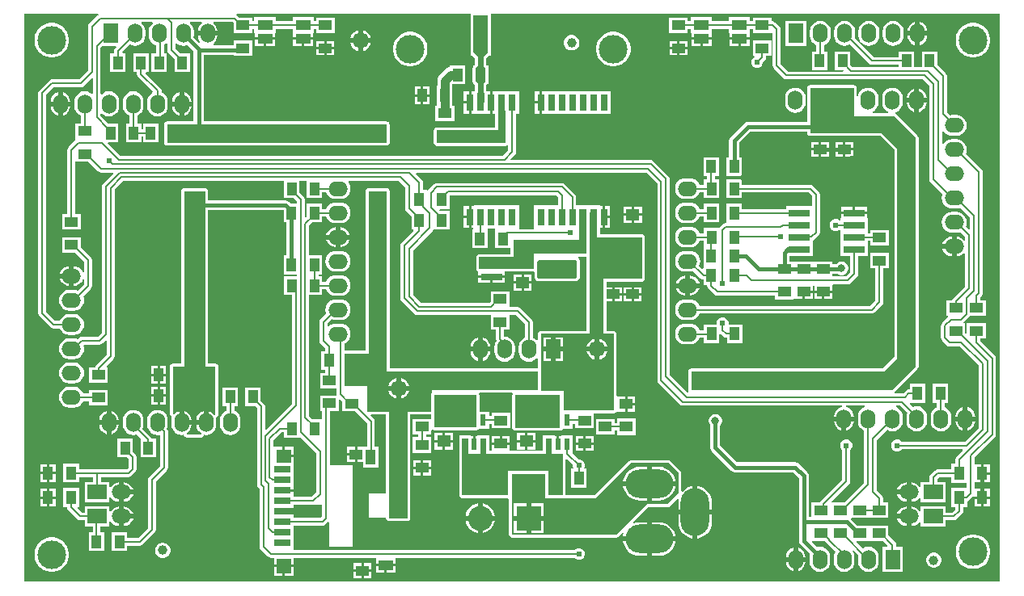
<source format=gtl>
G04*
G04 #@! TF.GenerationSoftware,Altium Limited,Altium Designer,23.4.1 (23)*
G04*
G04 Layer_Physical_Order=1*
G04 Layer_Color=255*
%FSLAX44Y44*%
%MOMM*%
G71*
G04*
G04 #@! TF.SameCoordinates,827902E4-1926-4F04-AA28-A78990439785*
G04*
G04*
G04 #@! TF.FilePolarity,Positive*
G04*
G01*
G75*
%ADD13C,0.2032*%
%ADD25R,1.4000X1.1000*%
%ADD26R,1.5000X1.4000*%
%ADD27R,1.7500X0.7000*%
%ADD28R,1.5000X1.5000*%
%ADD29R,1.0000X1.6000*%
%ADD30R,1.5500X1.0000*%
%ADD34R,0.6000X1.1500*%
%ADD35R,1.5000X4.0000*%
%ADD36R,1.1500X1.3000*%
%ADD38R,2.2000X0.6500*%
%ADD39R,2.3000X0.6500*%
%ADD75R,1.0000X1.3500*%
%ADD76R,1.6000X1.0500*%
%ADD77C,1.0000*%
%ADD78R,1.3500X1.0000*%
%ADD79R,1.4000X1.2000*%
%ADD80R,1.3500X1.1000*%
%ADD81R,0.8000X1.8000*%
%ADD82R,2.2000X0.8000*%
%ADD83R,1.1000X1.3500*%
%ADD84C,0.5077*%
%ADD85C,0.4064*%
%ADD86C,0.9652*%
%ADD87O,1.5400X2.0000*%
%ADD88R,1.5400X2.0000*%
%ADD89O,5.0000X3.0000*%
%ADD90O,3.0000X5.0000*%
%ADD91R,2.0000X1.5240*%
%ADD92O,2.0000X1.5240*%
%ADD93O,2.0000X1.5400*%
%ADD94O,1.5400X2.0000*%
%ADD95C,1.7000*%
%ADD96C,3.0000*%
%ADD97C,2.6000*%
%ADD98R,2.6000X2.6000*%
%ADD99C,0.6096*%
%ADD100C,0.8000*%
G36*
X367030Y-102870D02*
X-654050D01*
Y492760D01*
X-577013D01*
X-576628Y491490D01*
X-577476Y490923D01*
X-586256Y482143D01*
X-587155Y480799D01*
X-587470Y479213D01*
Y433083D01*
X-596583Y423971D01*
X-625236D01*
X-626822Y423655D01*
X-628166Y422757D01*
X-638326Y412597D01*
X-639225Y411253D01*
X-639540Y409667D01*
Y178527D01*
X-639225Y176941D01*
X-638326Y175597D01*
X-626642Y163913D01*
X-625298Y163015D01*
X-623712Y162699D01*
X-616880D01*
X-616351Y161423D01*
X-614628Y159177D01*
X-612383Y157455D01*
X-609768Y156372D01*
X-606962Y156002D01*
X-602362D01*
X-599557Y156372D01*
X-596942Y157455D01*
X-594697Y159177D01*
X-592974Y161423D01*
X-591891Y164037D01*
X-591521Y166843D01*
X-591891Y169649D01*
X-592974Y172263D01*
X-594697Y174508D01*
X-596942Y176231D01*
X-599557Y177314D01*
X-602362Y177684D01*
X-606962D01*
X-609768Y177314D01*
X-612383Y176231D01*
X-614628Y174508D01*
X-616351Y172263D01*
X-616880Y170987D01*
X-621996D01*
X-631253Y180243D01*
Y407951D01*
X-623520Y415683D01*
X-594866D01*
X-593281Y415999D01*
X-591936Y416897D01*
X-583673Y425160D01*
X-582500Y424674D01*
Y409197D01*
X-583770Y408578D01*
X-585526Y409925D01*
X-588140Y411008D01*
X-590946Y411378D01*
X-593752Y411008D01*
X-596367Y409925D01*
X-598612Y408203D01*
X-600335Y405957D01*
X-601418Y403343D01*
X-601787Y400537D01*
Y395937D01*
X-601418Y393131D01*
X-600335Y390517D01*
X-598612Y388271D01*
X-596367Y386549D01*
X-595090Y386020D01*
Y377645D01*
X-600854D01*
Y361549D01*
X-600854Y361549D01*
X-600513Y360279D01*
X-607846Y352945D01*
X-608745Y351601D01*
X-609060Y350015D01*
Y282395D01*
X-614714D01*
Y266299D01*
X-595118D01*
Y282395D01*
X-600773D01*
Y337549D01*
X-587118D01*
X-577058Y327489D01*
X-575714Y326591D01*
X-574128Y326275D01*
X-561470D01*
X-560984Y325102D01*
X-571890Y314196D01*
X-572788Y312852D01*
X-573104Y311266D01*
Y157926D01*
X-577026Y154004D01*
X-593945D01*
X-593945Y154004D01*
X-595531Y153688D01*
X-596875Y152790D01*
X-598280Y151385D01*
X-599557Y151914D01*
X-602362Y152284D01*
X-606962D01*
X-609768Y151914D01*
X-612383Y150831D01*
X-614628Y149108D01*
X-616351Y146863D01*
X-617434Y144249D01*
X-617803Y141443D01*
X-617434Y138637D01*
X-616351Y136023D01*
X-614628Y133777D01*
X-612383Y132055D01*
X-609768Y130972D01*
X-606962Y130602D01*
X-602362D01*
X-599557Y130972D01*
X-596942Y132055D01*
X-594697Y133777D01*
X-592974Y136023D01*
X-591891Y138637D01*
X-591521Y141443D01*
X-591891Y144249D01*
X-591973Y144446D01*
X-591124Y145716D01*
X-575310D01*
X-573724Y146032D01*
X-572380Y146930D01*
X-569197Y150113D01*
X-568024Y149627D01*
Y135066D01*
X-579132Y123958D01*
X-580031Y122613D01*
X-580109Y122218D01*
X-586378D01*
Y106122D01*
X-566782D01*
Y122218D01*
X-567493D01*
X-567979Y123391D01*
X-560950Y130420D01*
X-560052Y131764D01*
X-559736Y133350D01*
Y308164D01*
X-550769Y317131D01*
X-382394D01*
Y299539D01*
X-372158D01*
X-369030Y296411D01*
Y293735D01*
X-375179D01*
X-376924Y295480D01*
X-378604Y296602D01*
X-380587Y296997D01*
X-461667D01*
Y306797D01*
X-461903Y307986D01*
X-462577Y308994D01*
X-463585Y309668D01*
X-464774Y309905D01*
X-486916D01*
X-488106Y309668D01*
X-489114Y308994D01*
X-489787Y307986D01*
X-490024Y306797D01*
X-490024Y125867D01*
X-498496Y125867D01*
X-499686Y125630D01*
X-500694Y124957D01*
X-501367Y123948D01*
X-501604Y122759D01*
X-501604Y73510D01*
X-501584Y73409D01*
X-501597Y73306D01*
X-501466Y72817D01*
X-501367Y72320D01*
X-501310Y72235D01*
X-501283Y72135D01*
X-500975Y71733D01*
X-500694Y71312D01*
X-500608Y71255D01*
X-500545Y71173D01*
X-500107Y70920D01*
X-499686Y70638D01*
X-499798Y69380D01*
X-499818Y69333D01*
X-500187Y66527D01*
Y61927D01*
X-499818Y59121D01*
X-498735Y56507D01*
X-497012Y54261D01*
X-494767Y52539D01*
X-492152Y51456D01*
X-489346Y51086D01*
X-487221Y51366D01*
X-487155Y51033D01*
X-487038Y50750D01*
X-486978Y50450D01*
X-486808Y50195D01*
X-486690Y49912D01*
X-486474Y49696D01*
X-486304Y49441D01*
X-486049Y49271D01*
X-485833Y49055D01*
X-485550Y48938D01*
X-485296Y48768D01*
X-484996Y48708D01*
X-484713Y48591D01*
X-484407D01*
X-484107Y48531D01*
X-469186Y48531D01*
X-468886Y48591D01*
X-468580D01*
X-468297Y48708D01*
X-467997Y48768D01*
X-467742Y48938D01*
X-467459Y49055D01*
X-467243Y49271D01*
X-466988Y49441D01*
X-466819Y49696D01*
X-466602Y49912D01*
X-466485Y50195D01*
X-466315Y50450D01*
X-466255Y50750D01*
X-466138Y51033D01*
X-466072Y51366D01*
X-463946Y51086D01*
X-461141Y51456D01*
X-458526Y52539D01*
X-456281Y54261D01*
X-454558Y56507D01*
X-453475Y59121D01*
X-453106Y61927D01*
Y66527D01*
X-453475Y69333D01*
X-452857Y69661D01*
X-452436Y69942D01*
X-451997Y70196D01*
X-451934Y70278D01*
X-451849Y70335D01*
X-451567Y70756D01*
X-451259Y71158D01*
X-451232Y71257D01*
X-451175Y71343D01*
X-451076Y71840D01*
X-450945Y72329D01*
X-450959Y72431D01*
X-450938Y72532D01*
X-450938Y122759D01*
X-451175Y123948D01*
X-451849Y124956D01*
X-452857Y125630D01*
X-454046Y125867D01*
X-461667D01*
Y286638D01*
X-382732D01*
X-382504Y286410D01*
Y274139D01*
X-379636D01*
Y239125D01*
X-382504D01*
Y219529D01*
X-369030D01*
Y217535D01*
X-382394D01*
Y197939D01*
X-374220D01*
Y83723D01*
X-401083Y56860D01*
X-402256Y57346D01*
Y80985D01*
X-402572Y82570D01*
X-403470Y83915D01*
X-406626Y87071D01*
Y100807D01*
X-422722D01*
Y81211D01*
X-412486D01*
X-410544Y79268D01*
Y-650D01*
X-410228Y-2236D01*
X-409330Y-3580D01*
X-407965Y-4945D01*
Y-66078D01*
X-407650Y-67664D01*
X-406752Y-69008D01*
X-399170Y-76590D01*
X-397826Y-77488D01*
X-396240Y-77804D01*
X-392726D01*
Y-85143D01*
X-372646D01*
Y-77804D01*
X-287467D01*
X-286226Y-77873D01*
X-286226Y-79074D01*
Y-84143D01*
X-265646D01*
X-265646Y-77873D01*
X-264405Y-77804D01*
X-78137D01*
X-77113Y-78828D01*
X-74873Y-79756D01*
X-72447D01*
X-70207Y-78828D01*
X-68492Y-77113D01*
X-67564Y-74873D01*
Y-72447D01*
X-68492Y-70207D01*
X-70207Y-68492D01*
X-72447Y-67564D01*
X-74873D01*
X-77113Y-68492D01*
X-78137Y-69516D01*
X-371620D01*
X-372138Y-68461D01*
Y-57461D01*
Y-44057D01*
X-342136D01*
X-340551Y-43741D01*
X-339206Y-42843D01*
X-336456Y-40093D01*
X-335186Y-40619D01*
Y-65913D01*
X-310186D01*
Y19087D01*
X-334183D01*
Y76189D01*
X-324868D01*
Y87920D01*
X-323695Y88406D01*
X-321454Y86165D01*
Y75929D01*
X-307718D01*
X-295480Y63691D01*
Y39135D01*
X-299734D01*
Y38627D01*
X-305416D01*
Y30587D01*
Y22547D01*
X-299734D01*
Y17039D01*
X-283638D01*
Y39135D01*
X-287193D01*
Y65407D01*
X-287508Y66993D01*
X-288406Y68337D01*
X-291445Y71376D01*
X-290959Y72549D01*
X-275394D01*
Y-10413D01*
X-293186D01*
Y-35413D01*
X-275394D01*
Y-36103D01*
X-275157Y-37292D01*
X-274484Y-38301D01*
X-273476Y-38974D01*
X-272286Y-39211D01*
X-253236D01*
X-252047Y-38974D01*
X-251039Y-38301D01*
X-250365Y-37292D01*
X-250129Y-36103D01*
Y72549D01*
X-228404Y72549D01*
X-228404Y71279D01*
Y67895D01*
X-247684D01*
Y51799D01*
X-242030D01*
Y49215D01*
X-247684D01*
Y32119D01*
X-228088D01*
Y49215D01*
X-233743D01*
Y51799D01*
X-228088D01*
Y55819D01*
X-226818Y56498D01*
X-226486Y56276D01*
X-225296Y56039D01*
X-180990D01*
X-179801Y56276D01*
X-178793Y56949D01*
X-178245Y57769D01*
X-167728D01*
Y62423D01*
X-165134D01*
Y58019D01*
X-145538D01*
Y74115D01*
X-165134D01*
Y70711D01*
X-167728D01*
Y75365D01*
X-177883D01*
Y93437D01*
X-178022Y94139D01*
X-177231Y95409D01*
X-143967D01*
X-143176Y94139D01*
X-143316Y93437D01*
X-143316Y58607D01*
X-143079Y57418D01*
X-142406Y56410D01*
X-141397Y55736D01*
X-140208Y55499D01*
X-93360D01*
X-92171Y55736D01*
X-91163Y56410D01*
X-90489Y57418D01*
X-90419Y57769D01*
X-80098D01*
Y62423D01*
X-77504D01*
Y58019D01*
X-57908D01*
Y73819D01*
X-55006D01*
X-55006Y73819D01*
X-37226Y73819D01*
X-36037Y74056D01*
X-35029Y74729D01*
X-34584Y75395D01*
X-33420Y75650D01*
X-33078Y75650D01*
X-25400D01*
Y83690D01*
Y91730D01*
X-32849D01*
X-34119Y92711D01*
X-34118Y117827D01*
Y157197D01*
X-34355Y158386D01*
X-35029Y159395D01*
X-36037Y160068D01*
X-37226Y160305D01*
X-44538D01*
Y190997D01*
X-38756D01*
Y198537D01*
Y206077D01*
X-44538D01*
Y211889D01*
X-7514D01*
X-6325Y212126D01*
X-5317Y212800D01*
X-4643Y213808D01*
X-4406Y214997D01*
Y258537D01*
X-4643Y259726D01*
X-5317Y260734D01*
X-6325Y261408D01*
X-7514Y261645D01*
X-51437D01*
Y267571D01*
X-51436D01*
Y268079D01*
X-48754D01*
Y279619D01*
Y291159D01*
X-51436D01*
Y291667D01*
X-76341D01*
Y300194D01*
X-76656Y301780D01*
X-77554Y303124D01*
X-88510Y314080D01*
X-89854Y314978D01*
X-91440Y315294D01*
X-222250D01*
X-223836Y314978D01*
X-225180Y314080D01*
X-231530Y307730D01*
X-231678Y307508D01*
X-232948Y307705D01*
Y307705D01*
X-236853D01*
Y315926D01*
X-237168Y317512D01*
X-238066Y318856D01*
X-244312Y325102D01*
X-243826Y326275D01*
X-2874D01*
X8408Y314993D01*
Y108319D01*
X8723Y106733D01*
X9622Y105389D01*
X32124Y82887D01*
X33468Y81989D01*
X35054Y81673D01*
X201746D01*
X201830Y80403D01*
X201147Y80313D01*
X198655Y79282D01*
X196516Y77640D01*
X194875Y75501D01*
X193843Y73010D01*
X193523Y70577D01*
X214116D01*
X213796Y73010D01*
X212764Y75501D01*
X211123Y77640D01*
X208984Y79282D01*
X206493Y80313D01*
X205810Y80403D01*
X205893Y81673D01*
X225184D01*
X225436Y80403D01*
X223799Y79725D01*
X221554Y78003D01*
X219831Y75757D01*
X218748Y73143D01*
X218379Y70337D01*
Y65737D01*
X218748Y62931D01*
X219831Y60317D01*
X221554Y58071D01*
X223799Y56349D01*
X225076Y55820D01*
Y610D01*
X204680Y-19785D01*
X203994D01*
X203593Y-19865D01*
X191447D01*
X190921Y-18595D01*
X209290Y-226D01*
X210188Y1118D01*
X210503Y2704D01*
Y35619D01*
X211528Y36644D01*
X212456Y38884D01*
Y41309D01*
X211528Y43550D01*
X209813Y45265D01*
X207572Y46193D01*
X205147D01*
X202907Y45265D01*
X201192Y43550D01*
X200264Y41309D01*
Y38884D01*
X201192Y36644D01*
X202216Y35619D01*
Y4420D01*
X179670Y-18125D01*
X178772Y-19470D01*
X178694Y-19865D01*
X169892D01*
Y-34734D01*
X167089D01*
Y8347D01*
X166695Y10329D01*
X165572Y12009D01*
X156682Y20899D01*
X155002Y22022D01*
X153020Y22416D01*
X91809D01*
X74373Y39852D01*
Y60969D01*
X74833Y61430D01*
X75761Y63037D01*
X76242Y64829D01*
Y66685D01*
X75761Y68478D01*
X74833Y70085D01*
X73521Y71397D01*
X71914Y72325D01*
X70122Y72805D01*
X68266D01*
X66473Y72325D01*
X64866Y71397D01*
X63554Y70085D01*
X62626Y68478D01*
X62146Y66685D01*
Y64829D01*
X62626Y63037D01*
X63554Y61430D01*
X64014Y60969D01*
Y37707D01*
X64408Y35725D01*
X65531Y34044D01*
X86001Y13574D01*
X87682Y12452D01*
X89664Y12057D01*
X150874D01*
X156730Y6202D01*
Y-39913D01*
Y-60219D01*
X157125Y-62201D01*
X158247Y-63882D01*
X168302Y-73937D01*
X168202Y-74177D01*
X167833Y-76983D01*
Y-81583D01*
X168202Y-84389D01*
X169285Y-87003D01*
X171008Y-89249D01*
X173253Y-90971D01*
X175868Y-92054D01*
X178674Y-92424D01*
X181479Y-92054D01*
X184094Y-90971D01*
X186339Y-89249D01*
X188062Y-87003D01*
X189145Y-84389D01*
X189514Y-81583D01*
Y-76983D01*
X189145Y-74177D01*
X188062Y-71563D01*
X186339Y-69317D01*
X184094Y-67595D01*
X181479Y-66512D01*
X178674Y-66142D01*
X175868Y-66512D01*
X175627Y-66611D01*
X170247Y-61231D01*
X170773Y-59961D01*
X183628D01*
X185065Y-61399D01*
X185396Y-61893D01*
X194850Y-71348D01*
X194685Y-71563D01*
X193602Y-74177D01*
X193233Y-76983D01*
Y-81583D01*
X193602Y-84389D01*
X194685Y-87003D01*
X196408Y-89249D01*
X198653Y-90971D01*
X201268Y-92054D01*
X204074Y-92424D01*
X206880Y-92054D01*
X209494Y-90971D01*
X211739Y-89249D01*
X213462Y-87003D01*
X214545Y-84389D01*
X214914Y-81583D01*
Y-76983D01*
X214545Y-74177D01*
X213462Y-71563D01*
X212502Y-70311D01*
X213458Y-69472D01*
X218905Y-74918D01*
X218633Y-76983D01*
Y-81583D01*
X219002Y-84389D01*
X220085Y-87003D01*
X221808Y-89249D01*
X224053Y-90971D01*
X226668Y-92054D01*
X229474Y-92424D01*
X232279Y-92054D01*
X234894Y-90971D01*
X237139Y-89249D01*
X238862Y-87003D01*
X239945Y-84389D01*
X240314Y-81583D01*
Y-76983D01*
X239945Y-74177D01*
X238862Y-71563D01*
X237139Y-69317D01*
X234894Y-67595D01*
X232279Y-66512D01*
X229474Y-66142D01*
X226668Y-66512D01*
X224053Y-67595D01*
X223628Y-67921D01*
X216841Y-61134D01*
X217327Y-59961D01*
X229582D01*
X230490Y-59961D01*
X231398Y-59961D01*
X244588D01*
X249592Y-64965D01*
X249066Y-66235D01*
X244126D01*
Y-92331D01*
X265622D01*
Y-66235D01*
X258763D01*
Y-64133D01*
X258448Y-62547D01*
X257550Y-61203D01*
X250448Y-54101D01*
Y-43865D01*
X231398D01*
X230490Y-43865D01*
X229582Y-43865D01*
X217857D01*
X211223Y-37231D01*
X211749Y-35961D01*
X230128D01*
Y-35961D01*
X230852D01*
Y-35961D01*
X250448D01*
Y-19865D01*
X244793D01*
Y-15076D01*
X244478Y-13490D01*
X243580Y-12146D01*
X238443Y-7010D01*
Y46001D01*
X248969Y56526D01*
X249199Y56349D01*
X251814Y55266D01*
X254620Y54896D01*
X257425Y55266D01*
X260040Y56349D01*
X262285Y58071D01*
X264008Y60317D01*
X265091Y62931D01*
X265460Y65737D01*
Y70337D01*
X265091Y73143D01*
X264008Y75757D01*
X262285Y78003D01*
X260040Y79725D01*
X258403Y80403D01*
X258656Y81673D01*
X262823D01*
X270077Y74419D01*
X269548Y73143D01*
X269179Y70337D01*
Y65737D01*
X269548Y62931D01*
X270631Y60317D01*
X272354Y58071D01*
X274599Y56349D01*
X277214Y55266D01*
X280020Y54896D01*
X282826Y55266D01*
X285440Y56349D01*
X287685Y58071D01*
X289408Y60317D01*
X290491Y62931D01*
X290860Y65737D01*
Y70337D01*
X290491Y73143D01*
X289408Y75757D01*
X287685Y78003D01*
X285440Y79725D01*
X282826Y80808D01*
X280020Y81178D01*
X277214Y80808D01*
X275937Y80279D01*
X272409Y83807D01*
X273104Y84909D01*
X288912D01*
Y104505D01*
X272816D01*
Y98851D01*
X271274D01*
X269688Y98535D01*
X268344Y97637D01*
X265747Y95041D01*
X257189D01*
X256804Y96311D01*
X256817Y96319D01*
X280941Y120443D01*
X281615Y121452D01*
X281852Y122641D01*
Y362827D01*
X281615Y364016D01*
X280941Y365024D01*
X258231Y387734D01*
X257708Y388084D01*
X257690Y388161D01*
X257896Y389470D01*
X260040Y390359D01*
X262285Y392081D01*
X264008Y394327D01*
X265091Y396941D01*
X265460Y399747D01*
Y404347D01*
X265091Y407153D01*
X264008Y409767D01*
X262285Y412012D01*
X260040Y413735D01*
X257425Y414818D01*
X254620Y415188D01*
X251814Y414818D01*
X249199Y413735D01*
X246954Y412012D01*
X245231Y409767D01*
X244148Y407153D01*
X243779Y404347D01*
Y399747D01*
X244148Y396941D01*
X245231Y394327D01*
X246954Y392081D01*
X249199Y390359D01*
X250271Y389915D01*
X250018Y388645D01*
X233821D01*
X233568Y389915D01*
X234640Y390359D01*
X236885Y392081D01*
X238608Y394327D01*
X239691Y396941D01*
X240060Y399747D01*
Y404347D01*
X239691Y407153D01*
X238608Y409767D01*
X236885Y412012D01*
X234640Y413735D01*
X232026Y414818D01*
X229220Y415188D01*
X226414Y414818D01*
X223799Y413735D01*
X221554Y412012D01*
X219831Y409767D01*
X218748Y407153D01*
X218611Y406112D01*
X217341Y406195D01*
Y414747D01*
X217105Y415936D01*
X216431Y416944D01*
X215423Y417618D01*
X214234Y417855D01*
X168514Y417855D01*
X167324Y417618D01*
X166316Y416944D01*
X165643Y415936D01*
X165406Y414747D01*
Y379547D01*
X103484D01*
X101502Y379152D01*
X99821Y378030D01*
X85151Y363360D01*
X84029Y361679D01*
X83634Y359697D01*
Y342255D01*
X80766D01*
Y322659D01*
X96862D01*
Y342255D01*
X93993D01*
Y357552D01*
X105629Y369188D01*
X165406D01*
Y367757D01*
X165643Y366567D01*
X166316Y365559D01*
X167324Y364886D01*
X168514Y364649D01*
X242047Y364649D01*
X256592Y350104D01*
Y132824D01*
X244443Y120675D01*
X43944Y120675D01*
X42754Y120438D01*
X41746Y119764D01*
X41073Y118756D01*
X40836Y117567D01*
Y98517D01*
X41073Y97328D01*
X41325Y96949D01*
X40773Y95559D01*
X40171Y95449D01*
X21267Y114353D01*
Y319757D01*
X20952Y321343D01*
X20054Y322687D01*
X4820Y337921D01*
X3476Y338819D01*
X1890Y339135D01*
X-144689D01*
X-145175Y340308D01*
X-140554Y344929D01*
X-139656Y346273D01*
X-139341Y347859D01*
Y387571D01*
X-136436D01*
Y411667D01*
X-161532D01*
Y411159D01*
X-164214D01*
Y399619D01*
Y388079D01*
X-161532D01*
Y387571D01*
X-161350D01*
Y373665D01*
X-222398D01*
X-223587Y373428D01*
X-224596Y372755D01*
X-225269Y371746D01*
X-225506Y370557D01*
Y357349D01*
X-225269Y356160D01*
X-224596Y355152D01*
X-223587Y354478D01*
X-222398Y354241D01*
X-150786Y354241D01*
X-149597Y354478D01*
X-148898Y354945D01*
X-147848Y354559D01*
X-147628Y354383D01*
Y349575D01*
X-153243Y343961D01*
X-553780D01*
X-566605Y356786D01*
X-566119Y357959D01*
X-555638D01*
Y377555D01*
X-565784D01*
X-574213Y385983D01*
Y387658D01*
X-572943Y388065D01*
X-570967Y386549D01*
X-568352Y385466D01*
X-565546Y385096D01*
X-562741Y385466D01*
X-560126Y386549D01*
X-557881Y388271D01*
X-556158Y390517D01*
X-555075Y393131D01*
X-554706Y395937D01*
Y400537D01*
X-555075Y403343D01*
X-556158Y405957D01*
X-557881Y408203D01*
X-560126Y409925D01*
X-562741Y411008D01*
X-565546Y411378D01*
X-568352Y411008D01*
X-570967Y409925D01*
X-572943Y408409D01*
X-574213Y408816D01*
Y457371D01*
X-572622Y458961D01*
X-558302D01*
X-557816Y457788D01*
X-558996Y456607D01*
X-559894Y455263D01*
X-560210Y453677D01*
Y451215D01*
X-564114D01*
Y431619D01*
X-548018D01*
Y451215D01*
X-550872D01*
X-551398Y452485D01*
X-543648Y460235D01*
X-541240Y459238D01*
X-538434Y458868D01*
X-535629Y459238D01*
X-533014Y460321D01*
X-530769Y462043D01*
X-529046Y464289D01*
X-527963Y466903D01*
X-527594Y469709D01*
Y474309D01*
X-527963Y477115D01*
X-529046Y479729D01*
X-530769Y481974D01*
X-531557Y482579D01*
X-531126Y483849D01*
X-520343D01*
X-519912Y482579D01*
X-520700Y481974D01*
X-522423Y479729D01*
X-523506Y477115D01*
X-523875Y474309D01*
Y469709D01*
X-523506Y466903D01*
X-522423Y464289D01*
X-520700Y462043D01*
X-518455Y460321D01*
X-516350Y459449D01*
Y451215D01*
X-520934D01*
Y431619D01*
X-504838D01*
Y451215D01*
X-508063D01*
Y460135D01*
X-507614Y460321D01*
X-505748Y461752D01*
X-504478Y461240D01*
Y454615D01*
X-504162Y453029D01*
X-503264Y451685D01*
X-496934Y445355D01*
Y431619D01*
X-480838D01*
Y451215D01*
X-491074D01*
X-496191Y456331D01*
Y461240D01*
X-494921Y461752D01*
X-493055Y460321D01*
X-490440Y459238D01*
X-487634Y458868D01*
X-484828Y459238D01*
X-483288Y459876D01*
X-476856Y453443D01*
Y379755D01*
X-504696D01*
X-505886Y379518D01*
X-506894Y378844D01*
X-507567Y377836D01*
X-507804Y376647D01*
Y357597D01*
X-507567Y356408D01*
X-506894Y355399D01*
X-505886Y354726D01*
X-504696Y354489D01*
X-274826D01*
X-273637Y354726D01*
X-272629Y355399D01*
X-271955Y356408D01*
X-271719Y357597D01*
Y376647D01*
X-271955Y377836D01*
X-272629Y378844D01*
X-273637Y379518D01*
X-274826Y379755D01*
X-466497D01*
Y449637D01*
X-435248D01*
Y448582D01*
X-415652D01*
Y464678D01*
X-435248D01*
Y459996D01*
X-455985D01*
X-456416Y461266D01*
X-454931Y462406D01*
X-453290Y464545D01*
X-452258Y467036D01*
X-451937Y469469D01*
X-462234D01*
X-472531D01*
X-472211Y467036D01*
X-471179Y464545D01*
X-470084Y463117D01*
X-471040Y462278D01*
X-476989Y468226D01*
X-476794Y469709D01*
Y474309D01*
X-477163Y477115D01*
X-478246Y479729D01*
X-479969Y481974D01*
X-480757Y482579D01*
X-480326Y483849D01*
X-468708D01*
X-468277Y482579D01*
X-469538Y481612D01*
X-471179Y479473D01*
X-472211Y476982D01*
X-472531Y474549D01*
X-462234D01*
X-451938D01*
X-452258Y476982D01*
X-453290Y479473D01*
X-454931Y481612D01*
X-456191Y482579D01*
X-455760Y483849D01*
X-435799D01*
X-435248Y483298D01*
Y472582D01*
X-415652D01*
Y476486D01*
X-413318D01*
Y472662D01*
X-412810D01*
Y467730D01*
X-402270D01*
X-391730D01*
Y472662D01*
X-391222D01*
Y476486D01*
X-373318D01*
Y472662D01*
X-372810D01*
Y467730D01*
X-362270D01*
X-351730D01*
Y472662D01*
X-351222D01*
Y476486D01*
X-348888D01*
Y472582D01*
X-329292D01*
Y488678D01*
X-348888D01*
Y484774D01*
X-351222D01*
Y489258D01*
X-373318D01*
Y484774D01*
X-391222D01*
Y489258D01*
X-413318D01*
Y484774D01*
X-415652D01*
Y488678D01*
X-428908D01*
X-431153Y490923D01*
X-432002Y491490D01*
X-431616Y492760D01*
X-218923D01*
Y492760D01*
X-187032D01*
Y492760D01*
Y448849D01*
X-185274D01*
X-182686Y446261D01*
X-182686Y438929D01*
X-183100Y438515D01*
X-184532D01*
Y436542D01*
X-184718Y435610D01*
Y421894D01*
X-184532Y420962D01*
Y418919D01*
X-183813D01*
X-182686Y417791D01*
X-182686Y411667D01*
X-183532D01*
Y411159D01*
X-186214D01*
Y399619D01*
Y388079D01*
X-183532D01*
Y387571D01*
X-169436D01*
Y388079D01*
X-166754D01*
Y399619D01*
Y411159D01*
X-169436D01*
Y411667D01*
X-170374D01*
Y418575D01*
X-170030Y418919D01*
X-168436D01*
Y421421D01*
X-168342Y421894D01*
Y435610D01*
X-168436Y436083D01*
Y438515D01*
X-169960D01*
X-170374Y438929D01*
X-170374Y446261D01*
X-167786Y448849D01*
X-165936D01*
Y492760D01*
Y492760D01*
X-134046D01*
D01*
X367030Y492760D01*
Y-102870D01*
D02*
G37*
G36*
X-169164Y451866D02*
X-173482Y447548D01*
X-173482Y437642D01*
X-171450Y435610D01*
Y421894D01*
X-173482Y419862D01*
Y410210D01*
X-172532Y409260D01*
Y399619D01*
X-180436D01*
Y409352D01*
X-179578Y410210D01*
X-179578Y419862D01*
X-181610Y421894D01*
Y435610D01*
X-179578Y437642D01*
X-179578Y447548D01*
X-183896Y451866D01*
Y453136D01*
X-169164D01*
Y451866D01*
D02*
G37*
G36*
X-274826Y357597D02*
X-504696D01*
Y376647D01*
X-274826D01*
Y357597D01*
D02*
G37*
G36*
X-150786Y357349D02*
X-222398Y357349D01*
Y370557D01*
X-158242D01*
Y390883D01*
X-150786D01*
X-150786Y357349D01*
D02*
G37*
G36*
X-255604Y310669D02*
Y288531D01*
X-255288Y286945D01*
X-254390Y285601D01*
X-249044Y280255D01*
Y266519D01*
X-247212D01*
X-246726Y265346D01*
X-259470Y252602D01*
X-260368Y251258D01*
X-260684Y249672D01*
Y194641D01*
X-260368Y193055D01*
X-259470Y191711D01*
X-245896Y178137D01*
X-244552Y177239D01*
X-242966Y176923D01*
X-166008D01*
Y161562D01*
X-160354D01*
Y151710D01*
X-160038Y150124D01*
X-159842Y149831D01*
X-160743Y148657D01*
X-161826Y146043D01*
X-162195Y143237D01*
Y138637D01*
X-161826Y135831D01*
X-160743Y133216D01*
X-159020Y130971D01*
X-156775Y129249D01*
X-154160Y128166D01*
X-151354Y127796D01*
X-148548Y128166D01*
X-145934Y129249D01*
X-143689Y130971D01*
X-141966Y133216D01*
X-140883Y135831D01*
X-140514Y138637D01*
Y143237D01*
X-140883Y146043D01*
X-141966Y148657D01*
X-143689Y150903D01*
X-145934Y152625D01*
X-148548Y153708D01*
X-151354Y154078D01*
X-152066Y154702D01*
Y161562D01*
X-146412D01*
Y176923D01*
X-139273D01*
X-130270Y167921D01*
Y153083D01*
X-131375Y152625D01*
X-133620Y150903D01*
X-135343Y148657D01*
X-136426Y146043D01*
X-136795Y143237D01*
Y138637D01*
X-136426Y135831D01*
X-135343Y133216D01*
X-133620Y130971D01*
X-131375Y129249D01*
X-128760Y128166D01*
X-125954Y127796D01*
X-123148Y128166D01*
X-120534Y129249D01*
X-118289Y130971D01*
X-117804Y131603D01*
X-116534Y131172D01*
Y120675D01*
X-271719D01*
Y306797D01*
X-271955Y307986D01*
X-272629Y308994D01*
X-273637Y309668D01*
X-274826Y309905D01*
X-293876D01*
X-295066Y309668D01*
X-296074Y308994D01*
X-296747Y307986D01*
X-296984Y306797D01*
Y139725D01*
X-319093D01*
Y147117D01*
X-318050Y147549D01*
X-315805Y149271D01*
X-314082Y151517D01*
X-312999Y154131D01*
X-312630Y156937D01*
X-312999Y159743D01*
X-314082Y162357D01*
X-315805Y164603D01*
X-318050Y166325D01*
X-320664Y167408D01*
X-323470Y167778D01*
X-328070D01*
X-330876Y167408D01*
X-333491Y166325D01*
X-335603Y164705D01*
X-336806Y164966D01*
X-336873Y164988D01*
Y167675D01*
X-332153Y172394D01*
X-330876Y171866D01*
X-328070Y171496D01*
X-323470D01*
X-320664Y171866D01*
X-318050Y172949D01*
X-315805Y174671D01*
X-314082Y176917D01*
X-312999Y179531D01*
X-312630Y182337D01*
X-312999Y185143D01*
X-314082Y187757D01*
X-315805Y190002D01*
X-318050Y191725D01*
X-320664Y192808D01*
X-323470Y193178D01*
X-328070D01*
X-330876Y192808D01*
X-333491Y191725D01*
X-335736Y190002D01*
X-337459Y187757D01*
X-338542Y185143D01*
X-338911Y182337D01*
X-338542Y179531D01*
X-338013Y178254D01*
X-343946Y172321D01*
X-344845Y170977D01*
X-345160Y169391D01*
Y149577D01*
X-344845Y147991D01*
X-343946Y146647D01*
X-339380Y142081D01*
Y139055D01*
X-343284D01*
Y119459D01*
X-339380D01*
Y116285D01*
X-344464D01*
Y100189D01*
X-327380D01*
Y93807D01*
X-327272Y93267D01*
X-328078Y92285D01*
X-344464D01*
Y76189D01*
X-342470D01*
Y67675D01*
X-352534D01*
X-356171Y71311D01*
Y197939D01*
X-342298D01*
Y203593D01*
X-337988D01*
X-337459Y202317D01*
X-335736Y200071D01*
X-333491Y198349D01*
X-330876Y197266D01*
X-328070Y196896D01*
X-323470D01*
X-320664Y197266D01*
X-318050Y198349D01*
X-315805Y200071D01*
X-314082Y202317D01*
X-312999Y204931D01*
X-312630Y207737D01*
X-312999Y210543D01*
X-314082Y213157D01*
X-315805Y215403D01*
X-318050Y217125D01*
X-320664Y218208D01*
X-323470Y218578D01*
X-328070D01*
X-330876Y218208D01*
X-333491Y217125D01*
X-335736Y215403D01*
X-337459Y213157D01*
X-337988Y211881D01*
X-342298D01*
Y217535D01*
X-346203D01*
Y219529D01*
X-342408D01*
Y239125D01*
X-356171D01*
Y270613D01*
X-352644Y274139D01*
X-342408D01*
Y279793D01*
X-337988D01*
X-337459Y278517D01*
X-335736Y276271D01*
X-333491Y274549D01*
X-330876Y273466D01*
X-328070Y273096D01*
X-323470D01*
X-320664Y273466D01*
X-318050Y274549D01*
X-315805Y276271D01*
X-314082Y278517D01*
X-312999Y281131D01*
X-312630Y283937D01*
X-312999Y286743D01*
X-314082Y289357D01*
X-315805Y291602D01*
X-318050Y293325D01*
X-320664Y294408D01*
X-323470Y294778D01*
X-328070D01*
X-330876Y294408D01*
X-333491Y293325D01*
X-335736Y291602D01*
X-337459Y289357D01*
X-337988Y288081D01*
X-342408D01*
Y293735D01*
X-358504D01*
Y279999D01*
X-359569Y278934D01*
X-360743Y279420D01*
Y298127D01*
X-361058Y299713D01*
X-361956Y301057D01*
X-366298Y305399D01*
Y317131D01*
X-358394D01*
Y299539D01*
X-342298D01*
Y305193D01*
X-337988D01*
X-337459Y303917D01*
X-335736Y301671D01*
X-333491Y299949D01*
X-330876Y298866D01*
X-328070Y298496D01*
X-323470D01*
X-320664Y298866D01*
X-318050Y299949D01*
X-315805Y301671D01*
X-314082Y303917D01*
X-312999Y306531D01*
X-312630Y309337D01*
X-312999Y312143D01*
X-314082Y314757D01*
X-314929Y315861D01*
X-314303Y317131D01*
X-262066D01*
X-255604Y310669D01*
D02*
G37*
G36*
X-95628Y300544D02*
Y291667D01*
X-120532D01*
Y267571D01*
X-121580Y267034D01*
X-135389D01*
X-136436Y267571D01*
X-136436Y268304D01*
Y291667D01*
X-183532D01*
Y291159D01*
X-186214D01*
Y279619D01*
Y268079D01*
X-184592D01*
X-184589Y268078D01*
X-184218Y267608D01*
X-184834Y266338D01*
X-185148D01*
Y246742D01*
X-169052D01*
Y266338D01*
X-169052D01*
X-168962Y267571D01*
X-161238D01*
X-161148Y266338D01*
X-161148Y266301D01*
Y246742D01*
X-145348D01*
Y240598D01*
X-178196D01*
X-179386Y240361D01*
X-180394Y239688D01*
X-181068Y238679D01*
X-181304Y237490D01*
Y225517D01*
X-181068Y224328D01*
X-180394Y223319D01*
X-179386Y222646D01*
X-179066Y222537D01*
X-179066Y222537D01*
Y218017D01*
X-150986D01*
Y222409D01*
X-121046D01*
X-120344Y221833D01*
Y216627D01*
X-120107Y215438D01*
X-119434Y214429D01*
X-118164Y213159D01*
X-117156Y212486D01*
X-115966Y212249D01*
X-77002D01*
X-75813Y212486D01*
X-74805Y213159D01*
X-73400Y214564D01*
X-72726Y215573D01*
X-72490Y216762D01*
Y233408D01*
X-72726Y234597D01*
X-73400Y235606D01*
X-74399Y236604D01*
X-74875Y236922D01*
X-74489Y238192D01*
X-65590D01*
X-65590Y160305D01*
X-113426D01*
X-114615Y160068D01*
X-115624Y159395D01*
X-116297Y158386D01*
X-116534Y157197D01*
Y150702D01*
X-117804Y150271D01*
X-118289Y150903D01*
X-120534Y152625D01*
X-121983Y153225D01*
Y169637D01*
X-122298Y171223D01*
X-123196Y172567D01*
X-134626Y183997D01*
X-135971Y184895D01*
X-137556Y185211D01*
X-145288D01*
X-146412Y185562D01*
Y201658D01*
X-166008D01*
Y191422D01*
X-167647Y189783D01*
X-239356D01*
X-247316Y197743D01*
Y244664D01*
X-226940Y265040D01*
X-226213Y266128D01*
X-225044Y266519D01*
X-225044Y266519D01*
X-225044Y266519D01*
X-208948D01*
Y286115D01*
X-219166D01*
X-219888Y286992D01*
X-219409Y288109D01*
X-208948D01*
Y301845D01*
X-208422Y302371D01*
X-97455D01*
X-95628Y300544D01*
D02*
G37*
G36*
X-65532Y284132D02*
X-65544Y284073D01*
Y267802D01*
X-65590Y267571D01*
X-65590Y241300D01*
X-121046D01*
Y225517D01*
X-178196D01*
Y237490D01*
X-142240D01*
Y255997D01*
X-73406D01*
Y287883D01*
X-65532D01*
Y284132D01*
D02*
G37*
G36*
X-75597Y233408D02*
Y216762D01*
X-77002Y215357D01*
X-115966D01*
X-117236Y216627D01*
Y233137D01*
X-115966Y234407D01*
X-76596D01*
X-75597Y233408D01*
D02*
G37*
G36*
X-464774Y122759D02*
X-454046D01*
X-454046Y72532D01*
X-455316Y72101D01*
X-456643Y73830D01*
X-458782Y75472D01*
X-461273Y76503D01*
X-461406Y76521D01*
Y64227D01*
X-463946D01*
Y61687D01*
X-474243D01*
X-473923Y59254D01*
X-472891Y56763D01*
X-471250Y54624D01*
X-469110Y52982D01*
X-468933Y52909D01*
X-469186Y51639D01*
X-484107Y51639D01*
X-484359Y52909D01*
X-484182Y52982D01*
X-482043Y54624D01*
X-480402Y56763D01*
X-479370Y59254D01*
X-479049Y61687D01*
X-489346D01*
Y64227D01*
X-491886D01*
Y76521D01*
X-492020Y76503D01*
X-494510Y75472D01*
X-496650Y73830D01*
X-497226Y73079D01*
X-498496Y73510D01*
X-498496Y122759D01*
X-486916Y122759D01*
X-486916Y306797D01*
X-464774D01*
Y122759D01*
D02*
G37*
G36*
X214234Y414747D02*
X214234Y385537D01*
X256034D01*
X278744Y362827D01*
Y122641D01*
X254620Y98517D01*
X43944D01*
Y117567D01*
X245730Y117567D01*
X259700Y131537D01*
Y351391D01*
X243334Y367757D01*
X168514Y367757D01*
Y414747D01*
X214234Y414747D01*
D02*
G37*
G36*
X-54544Y283175D02*
Y258537D01*
X-7514D01*
Y214997D01*
X-47646D01*
Y157197D01*
X-37226D01*
Y117827D01*
X-37226Y76927D01*
X-55006Y76927D01*
X-55006Y76927D01*
X-89550D01*
Y97247D01*
X-113426Y97247D01*
Y157197D01*
X-62482D01*
X-62482Y267571D01*
X-62436D01*
Y284073D01*
X-55442Y284073D01*
X-54544Y283175D01*
D02*
G37*
G36*
X-180990Y59147D02*
X-225296D01*
X-225296Y93437D01*
X-180990D01*
Y59147D01*
D02*
G37*
G36*
X-93360Y58607D02*
X-140208D01*
X-140208Y93437D01*
X-93360D01*
Y58607D01*
D02*
G37*
G36*
X-382394Y48079D02*
X-366298D01*
Y48079D01*
X-365287Y48498D01*
X-348820Y32031D01*
Y-9097D01*
X-353493Y-13770D01*
X-372138D01*
Y-11365D01*
X-372646D01*
Y-8183D01*
X-383936D01*
Y-5643D01*
X-372646D01*
Y-2461D01*
X-372138D01*
Y8539D01*
Y21635D01*
X-372646D01*
Y27817D01*
X-382686D01*
Y29087D01*
X-383956D01*
Y38627D01*
X-392726D01*
X-393112Y39737D01*
Y45381D01*
X-384760Y53733D01*
X-382394D01*
Y48079D01*
D02*
G37*
G36*
X-342470Y-33897D02*
X-344343Y-35769D01*
X-372138D01*
Y-33365D01*
X-372616D01*
Y-32547D01*
X-392936D01*
Y-25181D01*
X-373110Y-25181D01*
X-372616Y-25181D01*
X-372138Y-24461D01*
X-372138Y-24109D01*
Y-22133D01*
X-342470Y-22133D01*
Y-33897D01*
D02*
G37*
G36*
X-274826Y117567D02*
X-116534D01*
Y98517D01*
X-227836D01*
Y95122D01*
X-228167Y94626D01*
X-228404Y93437D01*
X-228404Y75657D01*
X-253236Y75657D01*
Y-36103D01*
X-272286D01*
Y75657D01*
X-295146D01*
Y102327D01*
X-319093Y102327D01*
Y136617D01*
X-293876D01*
Y306797D01*
X-274826D01*
Y117567D01*
D02*
G37*
%LPC*%
G36*
X105582Y489258D02*
X83486D01*
Y484774D01*
X65582D01*
Y489258D01*
X43486D01*
Y484774D01*
X40278D01*
Y488678D01*
X20682D01*
Y472582D01*
X40278D01*
Y476486D01*
X43486D01*
Y472662D01*
X43994D01*
Y467730D01*
X54534D01*
X65074D01*
Y472662D01*
X65582D01*
Y476486D01*
X83486D01*
Y472662D01*
X83994D01*
Y467730D01*
X94534D01*
X105074D01*
Y472662D01*
X105582D01*
Y476486D01*
X108312D01*
Y472582D01*
X127908D01*
Y472676D01*
X129178Y473355D01*
X129206Y473336D01*
Y438150D01*
X129522Y436564D01*
X130420Y435220D01*
X140580Y425060D01*
X141924Y424162D01*
X143510Y423846D01*
X286574D01*
X293036Y417384D01*
Y319087D01*
X293352Y317501D01*
X294250Y316157D01*
X306893Y303514D01*
X306364Y302237D01*
X305995Y299431D01*
X306364Y296625D01*
X307447Y294011D01*
X309170Y291765D01*
X311415Y290043D01*
X314030Y288960D01*
X316836Y288590D01*
X321436D01*
X324241Y288960D01*
X325518Y289488D01*
X335710Y279296D01*
Y267276D01*
X334537Y266790D01*
X331378Y269948D01*
X331907Y271225D01*
X332276Y274031D01*
X331907Y276837D01*
X330824Y279451D01*
X329101Y281696D01*
X326856Y283419D01*
X324241Y284502D01*
X321436Y284872D01*
X316836D01*
X314030Y284502D01*
X311415Y283419D01*
X309170Y281696D01*
X307447Y279451D01*
X306364Y276837D01*
X305995Y274031D01*
X306364Y271225D01*
X307447Y268611D01*
X309170Y266365D01*
X311415Y264643D01*
X314030Y263560D01*
X316836Y263190D01*
X321436D01*
X324241Y263560D01*
X325518Y264088D01*
X330630Y258976D01*
Y255556D01*
X329360Y255125D01*
X328739Y255934D01*
X326600Y257575D01*
X324109Y258607D01*
X321676Y258928D01*
Y248631D01*
Y238334D01*
X324109Y238654D01*
X326600Y239686D01*
X328739Y241328D01*
X329360Y242137D01*
X330630Y241706D01*
Y206913D01*
X317874Y194157D01*
X316975Y192813D01*
X316859Y192225D01*
X311006D01*
Y176129D01*
X312367D01*
X312578Y175832D01*
X312847Y174859D01*
X306444Y168456D01*
X305546Y167112D01*
X305230Y165526D01*
Y153127D01*
X305546Y151541D01*
X306444Y150197D01*
X311524Y145117D01*
X312868Y144219D01*
X314454Y143903D01*
X324752D01*
X344600Y124055D01*
Y58323D01*
X330517Y44241D01*
X264177D01*
X263153Y45265D01*
X260912Y46193D01*
X258487D01*
X256247Y45265D01*
X254532Y43550D01*
X253604Y41309D01*
Y38884D01*
X254532Y36644D01*
X256247Y34929D01*
X258487Y34001D01*
X260912D01*
X263153Y34929D01*
X264177Y35953D01*
X327539D01*
X328025Y34780D01*
X321670Y28425D01*
X320771Y27081D01*
X320456Y25495D01*
Y20685D01*
X316002D01*
Y15031D01*
X301717D01*
X300131Y14715D01*
X298787Y13817D01*
X294250Y9280D01*
X293352Y7936D01*
X293036Y6350D01*
Y1778D01*
X284132D01*
Y-3204D01*
X283773Y-3388D01*
X282862Y-3541D01*
X281406Y-1644D01*
X279284Y-15D01*
X276812Y1009D01*
X274320Y1337D01*
Y-8890D01*
Y-19117D01*
X276812Y-18788D01*
X279284Y-17765D01*
X281406Y-16136D01*
X282862Y-14239D01*
X283773Y-14392D01*
X284132Y-14576D01*
Y-19558D01*
X310228D01*
Y1778D01*
X301324D01*
Y4634D01*
X303433Y6743D01*
X316002D01*
Y1089D01*
X332458D01*
Y-4715D01*
X316002D01*
Y-24311D01*
X320406D01*
Y-26794D01*
X317054Y-30146D01*
X310228D01*
Y-23622D01*
X284132D01*
Y-28604D01*
X283773Y-28788D01*
X282862Y-28941D01*
X281406Y-27044D01*
X279284Y-25415D01*
X276812Y-24392D01*
X274320Y-24063D01*
Y-34290D01*
Y-44517D01*
X276812Y-44188D01*
X279284Y-43165D01*
X281406Y-41536D01*
X282862Y-39639D01*
X283773Y-39792D01*
X284132Y-39976D01*
Y-44958D01*
X310228D01*
Y-38434D01*
X318770D01*
X320356Y-38118D01*
X321700Y-37220D01*
X327480Y-31440D01*
X328378Y-30096D01*
X328694Y-28510D01*
Y-24311D01*
X333098D01*
Y-18418D01*
X333543Y-18330D01*
X334887Y-17431D01*
X339240Y-13079D01*
X339747Y-13243D01*
X347280D01*
Y-5223D01*
X340745D01*
Y1597D01*
X347280D01*
Y10887D01*
Y20177D01*
X340745D01*
Y27652D01*
X361834Y48741D01*
X362732Y50085D01*
X363047Y51671D01*
Y131537D01*
X362732Y133123D01*
X361834Y134467D01*
X346537Y149763D01*
Y152129D01*
X352192D01*
Y168225D01*
X332596D01*
Y157764D01*
X331479Y157285D01*
X330602Y158007D01*
Y168225D01*
X329542D01*
X329330Y168522D01*
X329062Y169495D01*
X334735Y175169D01*
X335377Y176129D01*
X352192D01*
Y192225D01*
X346537D01*
Y195861D01*
X347864Y197187D01*
X348762Y198531D01*
X349077Y200117D01*
Y326733D01*
X348762Y328319D01*
X347864Y329663D01*
X331378Y346148D01*
X331907Y347425D01*
X332276Y350231D01*
X331907Y353037D01*
X330824Y355651D01*
X329101Y357896D01*
X326856Y359619D01*
X324241Y360702D01*
X321436Y361072D01*
X316836D01*
X314030Y360702D01*
X311415Y359619D01*
X309170Y357896D01*
X307719Y356006D01*
X306449Y356437D01*
Y369425D01*
X307719Y369856D01*
X309170Y367965D01*
X311415Y366243D01*
X314030Y365160D01*
X316836Y364790D01*
X321436D01*
X324241Y365160D01*
X326856Y366243D01*
X329101Y367965D01*
X330824Y370211D01*
X331907Y372825D01*
X332276Y375631D01*
X331907Y378437D01*
X330824Y381051D01*
X329101Y383297D01*
X326856Y385019D01*
X324241Y386102D01*
X321436Y386472D01*
X316836D01*
X314467Y386160D01*
X311484Y389143D01*
Y427510D01*
X311168Y429096D01*
X310270Y430440D01*
X301418Y439292D01*
Y453028D01*
X285322D01*
Y436706D01*
X277418D01*
Y453028D01*
X261322D01*
Y447374D01*
X234965D01*
X214999Y467340D01*
X215311Y469709D01*
Y474309D01*
X214941Y477115D01*
X213858Y479729D01*
X212136Y481974D01*
X209890Y483697D01*
X207276Y484780D01*
X204470Y485150D01*
X201664Y484780D01*
X199050Y483697D01*
X196805Y481974D01*
X195082Y479729D01*
X193999Y477115D01*
X193629Y474309D01*
Y469709D01*
X193999Y466903D01*
X195082Y464289D01*
X196805Y462043D01*
X199050Y460321D01*
X201664Y459238D01*
X204470Y458868D01*
X207276Y459238D01*
X209890Y460321D01*
X210121Y460498D01*
X230319Y440300D01*
X231663Y439402D01*
X233249Y439086D01*
X261322D01*
Y436706D01*
X213134D01*
X210548Y439292D01*
Y453028D01*
X194452D01*
Y433432D01*
X203490D01*
X203509Y433404D01*
X202830Y432134D01*
X145226D01*
X137494Y439866D01*
Y476250D01*
X137178Y477836D01*
X136280Y479180D01*
X131900Y483560D01*
X130556Y484458D01*
X128970Y484774D01*
X127908D01*
Y488678D01*
X108312D01*
Y484774D01*
X105582D01*
Y489258D01*
D02*
G37*
G36*
X283210Y484303D02*
Y474549D01*
X290967D01*
X290646Y476982D01*
X289615Y479473D01*
X287973Y481612D01*
X285834Y483254D01*
X283343Y484285D01*
X283210Y484303D01*
D02*
G37*
G36*
X278130Y484303D02*
X277997Y484285D01*
X275506Y483254D01*
X273367Y481612D01*
X271725Y479473D01*
X270694Y476982D01*
X270373Y474549D01*
X278130D01*
Y484303D01*
D02*
G37*
G36*
X-299674Y475138D02*
Y466929D01*
X-291465D01*
X-291927Y468650D01*
X-293380Y471168D01*
X-295436Y473223D01*
X-297953Y474677D01*
X-299674Y475138D01*
D02*
G37*
G36*
X-304754Y475138D02*
X-306476Y474677D01*
X-308993Y473223D01*
X-311049Y471168D01*
X-312502Y468650D01*
X-312963Y466929D01*
X-304754D01*
Y475138D01*
D02*
G37*
G36*
X278130Y469469D02*
X270373D01*
X270694Y467036D01*
X271725Y464545D01*
X273367Y462406D01*
X275506Y460764D01*
X277997Y459733D01*
X278130Y459715D01*
Y469469D01*
D02*
G37*
G36*
X290967D02*
X283210D01*
Y459715D01*
X283343Y459733D01*
X285834Y460764D01*
X287973Y462406D01*
X289615Y464545D01*
X290646Y467036D01*
X290967Y469469D01*
D02*
G37*
G36*
X164418Y485057D02*
X142922D01*
Y458961D01*
X164418D01*
Y485057D01*
D02*
G37*
G36*
X255270Y485150D02*
X252464Y484780D01*
X249850Y483697D01*
X247605Y481974D01*
X245882Y479729D01*
X244799Y477115D01*
X244429Y474309D01*
Y469709D01*
X244799Y466903D01*
X245882Y464289D01*
X247605Y462043D01*
X249850Y460321D01*
X252464Y459238D01*
X255270Y458868D01*
X258076Y459238D01*
X260690Y460321D01*
X262936Y462043D01*
X264658Y464289D01*
X265741Y466903D01*
X266111Y469709D01*
Y474309D01*
X265741Y477115D01*
X264658Y479729D01*
X262936Y481974D01*
X260690Y483697D01*
X258076Y484780D01*
X255270Y485150D01*
D02*
G37*
G36*
X229870D02*
X227064Y484780D01*
X224450Y483697D01*
X222204Y481974D01*
X220482Y479729D01*
X219399Y477115D01*
X219029Y474309D01*
Y469709D01*
X219399Y466903D01*
X220482Y464289D01*
X222204Y462043D01*
X224450Y460321D01*
X227064Y459238D01*
X229870Y458868D01*
X232676Y459238D01*
X235290Y460321D01*
X237535Y462043D01*
X239258Y464289D01*
X240341Y466903D01*
X240711Y469709D01*
Y474309D01*
X240341Y477115D01*
X239258Y479729D01*
X237535Y481974D01*
X235290Y483697D01*
X232676Y484780D01*
X229870Y485150D01*
D02*
G37*
G36*
X105074Y465190D02*
X95804D01*
Y458670D01*
X105074D01*
Y465190D01*
D02*
G37*
G36*
X93264D02*
X83994D01*
Y458670D01*
X93264D01*
Y465190D01*
D02*
G37*
G36*
X65074D02*
X55804D01*
Y458670D01*
X65074D01*
Y465190D01*
D02*
G37*
G36*
X53264D02*
X43994D01*
Y458670D01*
X53264D01*
Y465190D01*
D02*
G37*
G36*
X-351730D02*
X-361000D01*
Y458670D01*
X-351730D01*
Y465190D01*
D02*
G37*
G36*
X-363540D02*
X-372810D01*
Y458670D01*
X-363540D01*
Y465190D01*
D02*
G37*
G36*
X-391730D02*
X-401000D01*
Y458670D01*
X-391730D01*
Y465190D01*
D02*
G37*
G36*
X-403540D02*
X-412810D01*
Y458670D01*
X-403540D01*
Y465190D01*
D02*
G37*
G36*
X39770Y464170D02*
X31750D01*
Y457900D01*
X39770D01*
Y464170D01*
D02*
G37*
G36*
X-329800D02*
X-337820D01*
Y457900D01*
X-329800D01*
Y464170D01*
D02*
G37*
G36*
X-340360D02*
X-348380D01*
Y457900D01*
X-340360D01*
Y464170D01*
D02*
G37*
G36*
X29210D02*
X21190D01*
Y457900D01*
X29210D01*
Y464170D01*
D02*
G37*
G36*
X-80220Y470328D02*
X-82339D01*
X-84386Y469780D01*
X-86222Y468720D01*
X-87720Y467222D01*
X-88779Y465386D01*
X-89328Y463340D01*
Y461221D01*
X-88779Y459174D01*
X-87720Y457338D01*
X-86222Y455840D01*
X-84386Y454781D01*
X-82339Y454232D01*
X-80220D01*
X-78174Y454781D01*
X-76338Y455840D01*
X-74840Y457338D01*
X-73780Y459174D01*
X-73232Y461221D01*
Y463340D01*
X-73780Y465386D01*
X-74840Y467222D01*
X-76338Y468720D01*
X-78174Y469780D01*
X-80220Y470328D01*
D02*
G37*
G36*
X-291465Y461849D02*
X-299674D01*
Y453640D01*
X-297953Y454101D01*
X-295436Y455555D01*
X-293380Y457610D01*
X-291927Y460128D01*
X-291465Y461849D01*
D02*
G37*
G36*
X-304754D02*
X-312963D01*
X-312502Y460128D01*
X-311049Y457610D01*
X-308993Y455555D01*
X-306476Y454101D01*
X-304754Y453640D01*
Y461849D01*
D02*
G37*
G36*
X39770Y455360D02*
X31750D01*
Y449090D01*
X39770D01*
Y455360D01*
D02*
G37*
G36*
X29210D02*
X21190D01*
Y449090D01*
X29210D01*
Y455360D01*
D02*
G37*
G36*
X-329800D02*
X-337820D01*
Y449090D01*
X-329800D01*
Y455360D01*
D02*
G37*
G36*
X-340360D02*
X-348380D01*
Y449090D01*
X-340360D01*
Y455360D01*
D02*
G37*
G36*
X340691Y483065D02*
X337136D01*
X333649Y482372D01*
X330365Y481011D01*
X327409Y479036D01*
X324895Y476522D01*
X322920Y473566D01*
X321559Y470282D01*
X320866Y466795D01*
Y463240D01*
X321559Y459753D01*
X322920Y456468D01*
X324895Y453512D01*
X327409Y450998D01*
X330365Y449023D01*
X333649Y447663D01*
X337136Y446969D01*
X340691D01*
X344178Y447663D01*
X347463Y449023D01*
X350419Y450998D01*
X352933Y453512D01*
X354908Y456468D01*
X356268Y459753D01*
X356962Y463240D01*
Y466795D01*
X356268Y470282D01*
X354908Y473566D01*
X352933Y476522D01*
X350419Y479036D01*
X347463Y481011D01*
X344178Y482372D01*
X340691Y483065D01*
D02*
G37*
G36*
X-623679Y483065D02*
X-627234D01*
X-630721Y482371D01*
X-634005Y481011D01*
X-636961Y479036D01*
X-639475Y476522D01*
X-641450Y473566D01*
X-642811Y470281D01*
X-643504Y466795D01*
Y463239D01*
X-642811Y459753D01*
X-641450Y456468D01*
X-639475Y453512D01*
X-636961Y450998D01*
X-634005Y449023D01*
X-630721Y447663D01*
X-627234Y446969D01*
X-623679D01*
X-620192Y447663D01*
X-616907Y449023D01*
X-613951Y450998D01*
X-611437Y453512D01*
X-609462Y456468D01*
X-608102Y459753D01*
X-607408Y463239D01*
Y466795D01*
X-608102Y470281D01*
X-609462Y473566D01*
X-611437Y476522D01*
X-613951Y479036D01*
X-616907Y481011D01*
X-620192Y482371D01*
X-623679Y483065D01*
D02*
G37*
G36*
X-35831Y473768D02*
X-39386D01*
X-42873Y473074D01*
X-46158Y471714D01*
X-49114Y469739D01*
X-51627Y467225D01*
X-53603Y464269D01*
X-54963Y460984D01*
X-55657Y457497D01*
Y453942D01*
X-54963Y450455D01*
X-53603Y447171D01*
X-51627Y444215D01*
X-49114Y441701D01*
X-46158Y439726D01*
X-42873Y438365D01*
X-39386Y437672D01*
X-35831D01*
X-32344Y438365D01*
X-29060Y439726D01*
X-26104Y441701D01*
X-23590Y444215D01*
X-21615Y447171D01*
X-20254Y450455D01*
X-19561Y453942D01*
Y457497D01*
X-20254Y460984D01*
X-21615Y464269D01*
X-23590Y467225D01*
X-26104Y469739D01*
X-29060Y471714D01*
X-32344Y473074D01*
X-35831Y473768D01*
D02*
G37*
G36*
X-248431D02*
X-251986D01*
X-255473Y473074D01*
X-258758Y471714D01*
X-261714Y469739D01*
X-264228Y467225D01*
X-266203Y464269D01*
X-267563Y460984D01*
X-268257Y457497D01*
Y453942D01*
X-267563Y450455D01*
X-266203Y447171D01*
X-264228Y444215D01*
X-261714Y441701D01*
X-258758Y439726D01*
X-255473Y438365D01*
X-251986Y437672D01*
X-248431D01*
X-244944Y438365D01*
X-241660Y439726D01*
X-238704Y441701D01*
X-236190Y444215D01*
X-234215Y447171D01*
X-232854Y450455D01*
X-232161Y453942D01*
Y457497D01*
X-232854Y460984D01*
X-234215Y464269D01*
X-236190Y467225D01*
X-238704Y469739D01*
X-241660Y471714D01*
X-244944Y473074D01*
X-248431Y473768D01*
D02*
G37*
G36*
X127908Y464678D02*
X108312D01*
Y448582D01*
X109769D01*
X110021Y447312D01*
X109577Y447128D01*
X107862Y445413D01*
X106934Y443173D01*
Y440747D01*
X107862Y438507D01*
X109577Y436792D01*
X111817Y435864D01*
X114243D01*
X116483Y436792D01*
X118198Y438507D01*
X119126Y440747D01*
Y442196D01*
X121040Y444110D01*
X121938Y445454D01*
X122254Y447040D01*
Y448582D01*
X127908D01*
Y464678D01*
D02*
G37*
G36*
X179070Y485150D02*
X176264Y484780D01*
X173650Y483697D01*
X171404Y481974D01*
X169682Y479729D01*
X168599Y477115D01*
X168229Y474309D01*
Y469709D01*
X168599Y466903D01*
X169682Y464289D01*
X171404Y462043D01*
X173650Y460321D01*
X174926Y459792D01*
Y453028D01*
X170452D01*
Y433432D01*
X186548D01*
Y453028D01*
X183214D01*
Y459792D01*
X184490Y460321D01*
X186735Y462043D01*
X188458Y464289D01*
X189541Y466903D01*
X189911Y469709D01*
Y474309D01*
X189541Y477115D01*
X188458Y479729D01*
X186735Y481974D01*
X184490Y483697D01*
X181876Y484780D01*
X179070Y485150D01*
D02*
G37*
G36*
X-230408Y416417D02*
X-236678D01*
Y408397D01*
X-230408D01*
Y416417D01*
D02*
G37*
G36*
X-239218D02*
X-245488D01*
Y408397D01*
X-239218D01*
Y416417D01*
D02*
G37*
G36*
X282560Y414341D02*
Y404587D01*
X290317D01*
X289996Y407020D01*
X288964Y409511D01*
X287323Y411650D01*
X285184Y413292D01*
X282693Y414323D01*
X282560Y414341D01*
D02*
G37*
G36*
X277480D02*
X277346Y414323D01*
X274855Y413292D01*
X272717Y411650D01*
X271075Y409511D01*
X270043Y407020D01*
X269723Y404587D01*
X277480D01*
Y414341D01*
D02*
G37*
G36*
X-114754Y411159D02*
X-120024D01*
Y400889D01*
X-114754D01*
Y411159D01*
D02*
G37*
G36*
X-188754D02*
X-194024D01*
Y400889D01*
X-188754D01*
Y411159D01*
D02*
G37*
G36*
X-486806Y410531D02*
Y400777D01*
X-479049D01*
X-479370Y403210D01*
X-480402Y405701D01*
X-482043Y407840D01*
X-484182Y409482D01*
X-486673Y410513D01*
X-486806Y410531D01*
D02*
G37*
G36*
X-613806D02*
Y400777D01*
X-606049D01*
X-606370Y403210D01*
X-607402Y405701D01*
X-609043Y407840D01*
X-611182Y409482D01*
X-613673Y410513D01*
X-613806Y410531D01*
D02*
G37*
G36*
X-491886Y410531D02*
X-492020Y410513D01*
X-494510Y409482D01*
X-496650Y407840D01*
X-498291Y405701D01*
X-499323Y403210D01*
X-499643Y400777D01*
X-491886D01*
Y410531D01*
D02*
G37*
G36*
X-618886D02*
X-619020Y410513D01*
X-621511Y409482D01*
X-623649Y407840D01*
X-625291Y405701D01*
X-626323Y403210D01*
X-626643Y400777D01*
X-618886D01*
Y410531D01*
D02*
G37*
G36*
X-230408Y405857D02*
X-236678D01*
Y397837D01*
X-230408D01*
Y405857D01*
D02*
G37*
G36*
X-239218D02*
X-245488D01*
Y397837D01*
X-239218D01*
Y405857D01*
D02*
G37*
G36*
X290317Y399507D02*
X282560D01*
Y389753D01*
X282693Y389771D01*
X285184Y390802D01*
X287323Y392444D01*
X288964Y394583D01*
X289996Y397074D01*
X290317Y399507D01*
D02*
G37*
G36*
X277480D02*
X269723D01*
X270043Y397074D01*
X271075Y394583D01*
X272717Y392444D01*
X274855Y390802D01*
X277346Y389771D01*
X277480Y389753D01*
Y399507D01*
D02*
G37*
G36*
X153020Y415188D02*
X150214Y414818D01*
X147599Y413735D01*
X145354Y412012D01*
X143631Y409767D01*
X142548Y407153D01*
X142179Y404347D01*
Y399747D01*
X142548Y396941D01*
X143631Y394327D01*
X145354Y392081D01*
X147599Y390359D01*
X150214Y389276D01*
X153020Y388906D01*
X155826Y389276D01*
X158440Y390359D01*
X160685Y392081D01*
X162408Y394327D01*
X163491Y396941D01*
X163860Y399747D01*
Y404347D01*
X163491Y407153D01*
X162408Y409767D01*
X160685Y412012D01*
X158440Y413735D01*
X155826Y414818D01*
X153020Y415188D01*
D02*
G37*
G36*
X-114754Y398349D02*
X-120024D01*
Y388079D01*
X-114754D01*
Y398349D01*
D02*
G37*
G36*
X-188754D02*
X-194024D01*
Y388079D01*
X-188754D01*
Y398349D01*
D02*
G37*
G36*
X-40436Y411667D02*
X-109532D01*
Y411159D01*
X-112214D01*
Y399619D01*
Y388079D01*
X-109532D01*
Y387571D01*
X-40436D01*
Y411667D01*
D02*
G37*
G36*
X-479049Y395697D02*
X-486806D01*
Y385943D01*
X-486673Y385961D01*
X-484182Y386992D01*
X-482043Y388634D01*
X-480402Y390773D01*
X-479370Y393264D01*
X-479049Y395697D01*
D02*
G37*
G36*
X-606049D02*
X-613806D01*
Y385943D01*
X-613673Y385961D01*
X-611182Y386992D01*
X-609043Y388634D01*
X-607402Y390773D01*
X-606370Y393264D01*
X-606049Y395697D01*
D02*
G37*
G36*
X-491886D02*
X-499643D01*
X-499323Y393264D01*
X-498291Y390773D01*
X-496650Y388634D01*
X-494510Y386992D01*
X-492020Y385961D01*
X-491886Y385943D01*
Y395697D01*
D02*
G37*
G36*
X-618886D02*
X-626643D01*
X-626323Y393264D01*
X-625291Y390773D01*
X-623649Y388634D01*
X-621511Y386992D01*
X-619020Y385961D01*
X-618886Y385943D01*
Y395697D01*
D02*
G37*
G36*
X-524018Y451215D02*
X-540114D01*
Y431619D01*
X-536210D01*
Y429417D01*
X-535895Y427831D01*
X-534996Y426487D01*
X-519853Y411344D01*
X-520009Y410078D01*
X-520203Y409897D01*
X-522412Y408203D01*
X-524135Y405957D01*
X-525218Y403343D01*
X-525587Y400537D01*
Y395937D01*
X-525218Y393131D01*
X-524135Y390517D01*
X-522412Y388271D01*
X-520167Y386549D01*
X-517552Y385466D01*
X-514746Y385096D01*
X-511940Y385466D01*
X-509326Y386549D01*
X-507081Y388271D01*
X-505358Y390517D01*
X-504275Y393131D01*
X-503906Y395937D01*
Y400537D01*
X-504275Y403343D01*
X-505358Y405957D01*
X-507081Y408203D01*
X-509326Y409925D01*
X-510603Y410454D01*
Y412097D01*
X-510918Y413683D01*
X-511816Y415027D01*
X-527138Y430349D01*
X-526612Y431619D01*
X-524018D01*
Y451215D01*
D02*
G37*
G36*
X-192436Y438515D02*
X-208532D01*
Y436592D01*
X-210080Y436388D01*
X-211996Y435595D01*
X-213640Y434333D01*
X-213641Y434333D01*
X-219592Y428381D01*
X-220854Y426736D01*
X-221648Y424821D01*
X-221783Y423793D01*
X-221918Y422765D01*
X-221918Y422765D01*
Y416925D01*
X-221996D01*
Y397329D01*
X-221996Y397329D01*
X-221996D01*
X-221996Y397329D01*
X-222310Y396189D01*
X-223774D01*
Y380093D01*
X-204178D01*
Y396189D01*
X-205586D01*
X-205900Y397329D01*
X-205900Y397329D01*
X-205900D01*
X-205900Y397329D01*
Y416925D01*
X-206034D01*
Y418919D01*
X-192436D01*
Y438515D01*
D02*
G37*
G36*
X-540146Y411378D02*
X-542952Y411008D01*
X-545567Y409925D01*
X-547812Y408203D01*
X-549535Y405957D01*
X-550618Y403343D01*
X-550987Y400537D01*
Y395937D01*
X-550618Y393131D01*
X-549535Y390517D01*
X-547812Y388271D01*
X-545567Y386549D01*
X-543700Y385775D01*
Y377555D01*
X-547734D01*
Y357959D01*
X-531638D01*
Y363613D01*
X-529824D01*
Y357959D01*
X-513728D01*
Y377555D01*
X-529824D01*
Y371901D01*
X-531638D01*
Y377555D01*
X-535413D01*
Y386264D01*
X-534726Y386549D01*
X-532481Y388271D01*
X-530758Y390517D01*
X-529675Y393131D01*
X-529306Y395937D01*
Y400537D01*
X-529675Y403343D01*
X-530758Y405957D01*
X-532481Y408203D01*
X-534726Y409925D01*
X-537341Y411008D01*
X-540146Y411378D01*
D02*
G37*
G36*
X213364Y358217D02*
X205344D01*
Y351947D01*
X213364D01*
Y358217D01*
D02*
G37*
G36*
X187964D02*
X179944D01*
Y351947D01*
X187964D01*
Y358217D01*
D02*
G37*
G36*
X202804D02*
X194784D01*
Y351947D01*
X202804D01*
Y358217D01*
D02*
G37*
G36*
X177404D02*
X169384D01*
Y351947D01*
X177404D01*
Y358217D01*
D02*
G37*
G36*
X213364Y349407D02*
X205344D01*
Y343137D01*
X213364D01*
Y349407D01*
D02*
G37*
G36*
X202804D02*
X194784D01*
Y343137D01*
X202804D01*
Y349407D01*
D02*
G37*
G36*
X187964D02*
X179944D01*
Y343137D01*
X187964D01*
Y349407D01*
D02*
G37*
G36*
X177404D02*
X169384D01*
Y343137D01*
X177404D01*
Y349407D01*
D02*
G37*
G36*
X72862Y342255D02*
X56766D01*
Y322659D01*
X60670D01*
Y319135D01*
X57026D01*
Y313481D01*
X52461D01*
X51932Y314757D01*
X50209Y317003D01*
X47964Y318725D01*
X45349Y319808D01*
X42544Y320178D01*
X37944D01*
X35138Y319808D01*
X32523Y318725D01*
X30278Y317003D01*
X28555Y314757D01*
X27472Y312143D01*
X27103Y309337D01*
X27472Y306531D01*
X28555Y303917D01*
X30278Y301671D01*
X32523Y299949D01*
X35138Y298866D01*
X37944Y298496D01*
X42544D01*
X45349Y298866D01*
X47964Y299949D01*
X50209Y301671D01*
X51932Y303917D01*
X52461Y305193D01*
X57026D01*
Y299539D01*
X73122D01*
Y319135D01*
X68957D01*
Y322659D01*
X72862D01*
Y342255D01*
D02*
G37*
G36*
X97122Y319135D02*
X81026D01*
Y299539D01*
X97122D01*
Y305193D01*
X166687D01*
X170460Y301421D01*
Y290985D01*
X143036D01*
Y288081D01*
X97122D01*
Y293735D01*
X81026D01*
Y274139D01*
X80466Y273101D01*
X79764D01*
X78178Y272785D01*
X76834Y271887D01*
X74067Y269120D01*
X73122Y268335D01*
X57026D01*
Y262681D01*
X52461D01*
X51932Y263957D01*
X50209Y266203D01*
X47964Y267925D01*
X45349Y269008D01*
X42544Y269378D01*
X37944D01*
X35138Y269008D01*
X32523Y267925D01*
X30278Y266203D01*
X28555Y263957D01*
X27472Y261343D01*
X27103Y258537D01*
X27472Y255731D01*
X28555Y253117D01*
X30278Y250871D01*
X32523Y249149D01*
X35138Y248066D01*
X37944Y247696D01*
X42544D01*
X45349Y248066D01*
X47964Y249149D01*
X50209Y250871D01*
X51932Y253117D01*
X52461Y254393D01*
X57026D01*
Y248739D01*
X56766Y248275D01*
X56766D01*
Y228679D01*
X56766D01*
Y227955D01*
X56766D01*
Y225676D01*
X55592Y225190D01*
X52264Y228519D01*
X53015Y230331D01*
X53384Y233137D01*
X53015Y235943D01*
X51932Y238557D01*
X50209Y240802D01*
X47964Y242525D01*
X45349Y243608D01*
X42544Y243978D01*
X37944D01*
X35138Y243608D01*
X32523Y242525D01*
X30278Y240802D01*
X28555Y238557D01*
X27472Y235943D01*
X27103Y233137D01*
X27472Y230331D01*
X28555Y227717D01*
X30278Y225471D01*
X32523Y223749D01*
X35138Y222666D01*
X37944Y222296D01*
X42544D01*
X45349Y222666D01*
X46090Y222973D01*
X53836Y215227D01*
X55180Y214329D01*
X56766Y214014D01*
X56766Y214014D01*
Y208359D01*
X60670D01*
Y207362D01*
X60985Y205776D01*
X61884Y204432D01*
X68169Y198147D01*
X69513Y197249D01*
X71099Y196933D01*
X131786D01*
Y193029D01*
X151382D01*
Y193445D01*
X152614Y193537D01*
X152652Y193537D01*
X160634D01*
Y201077D01*
X161904D01*
Y202347D01*
X171194D01*
X171194Y207769D01*
X172064Y208274D01*
X172934Y207769D01*
Y202347D01*
X182224D01*
X191514D01*
X191514Y208617D01*
X192653Y208934D01*
X207624D01*
X209209Y209249D01*
X210554Y210147D01*
X217414Y217007D01*
X218312Y218351D01*
X218627Y219937D01*
X218627Y219937D01*
Y238789D01*
X228532D01*
Y254393D01*
X231106D01*
Y249789D01*
X250702D01*
Y265885D01*
X231106D01*
Y262681D01*
X228532D01*
Y278285D01*
X228024D01*
Y282667D01*
X214484D01*
X200944D01*
Y278285D01*
X200436D01*
Y276402D01*
X199166Y275876D01*
X198637Y276405D01*
X196396Y277333D01*
X193971D01*
X191731Y276405D01*
X190016Y274690D01*
X189088Y272449D01*
Y270024D01*
X190016Y267784D01*
X191731Y266069D01*
X193971Y265141D01*
X196396D01*
X198637Y266069D01*
X199166Y266598D01*
X200436Y266072D01*
Y251489D01*
Y238789D01*
X210340D01*
Y221653D01*
X205907Y217221D01*
X192022D01*
Y220248D01*
X196836D01*
X196946Y220137D01*
X198553Y219209D01*
X200346Y218729D01*
X202202D01*
X203994Y219209D01*
X205601Y220137D01*
X206914Y221450D01*
X207841Y223057D01*
X208322Y224849D01*
Y226705D01*
X207841Y228498D01*
X206914Y230105D01*
X205601Y231417D01*
X203994Y232345D01*
X202202Y232825D01*
X200346D01*
X198553Y232345D01*
X196946Y231417D01*
X196136Y230607D01*
X192022D01*
Y233125D01*
X172426D01*
Y233125D01*
X171702D01*
Y233125D01*
X152106D01*
Y233125D01*
X151382D01*
Y233125D01*
X146763D01*
Y238789D01*
X171132D01*
Y251489D01*
Y254898D01*
X171527Y254976D01*
X172871Y255875D01*
X177534Y260537D01*
X178432Y261881D01*
X178747Y263467D01*
Y303137D01*
X178432Y304723D01*
X177534Y306067D01*
X171334Y312267D01*
X169989Y313165D01*
X168404Y313481D01*
X97122D01*
Y319135D01*
D02*
G37*
G36*
X228024Y290477D02*
X215754D01*
Y285207D01*
X228024D01*
Y290477D01*
D02*
G37*
G36*
X213214D02*
X200944D01*
Y285207D01*
X213214D01*
Y290477D01*
D02*
G37*
G36*
X-7626Y290447D02*
X-15896D01*
Y283177D01*
X-7626D01*
Y290447D01*
D02*
G37*
G36*
X-18436D02*
X-26706D01*
Y283177D01*
X-18436D01*
Y290447D01*
D02*
G37*
G36*
X-40944Y291159D02*
X-46214D01*
Y280889D01*
X-40944D01*
Y291159D01*
D02*
G37*
G36*
X42544Y294778D02*
X37944D01*
X35138Y294408D01*
X32523Y293325D01*
X30278Y291602D01*
X28555Y289357D01*
X27472Y286743D01*
X27103Y283937D01*
X27472Y281131D01*
X28555Y278517D01*
X30278Y276271D01*
X32523Y274549D01*
X35138Y273466D01*
X37944Y273096D01*
X42544D01*
X45349Y273466D01*
X47964Y274549D01*
X50209Y276271D01*
X51932Y278517D01*
X52461Y279793D01*
X57026D01*
Y274139D01*
X73122D01*
Y293735D01*
X57026D01*
Y288081D01*
X52461D01*
X51932Y289357D01*
X50209Y291602D01*
X47964Y293325D01*
X45349Y294408D01*
X42544Y294778D01*
D02*
G37*
G36*
X-7626Y280637D02*
X-15896D01*
Y273367D01*
X-7626D01*
Y280637D01*
D02*
G37*
G36*
X-18436D02*
X-26706D01*
Y273367D01*
X-18436D01*
Y280637D01*
D02*
G37*
G36*
X-40944Y278349D02*
X-46214D01*
Y268079D01*
X-40944D01*
Y278349D01*
D02*
G37*
G36*
X316596Y258928D02*
X314163Y258607D01*
X311672Y257575D01*
X309533Y255934D01*
X307891Y253795D01*
X306859Y251304D01*
X306842Y251171D01*
X316596D01*
Y258928D01*
D02*
G37*
G36*
Y246091D02*
X306842D01*
X306859Y245958D01*
X307891Y243467D01*
X309533Y241328D01*
X311672Y239686D01*
X314163Y238654D01*
X316596Y238334D01*
Y246091D01*
D02*
G37*
G36*
X-595118Y258395D02*
X-614714D01*
Y242299D01*
X-600978D01*
X-591534Y232855D01*
Y221578D01*
X-592804Y221325D01*
X-593418Y222807D01*
X-595059Y224946D01*
X-597198Y226588D01*
X-599689Y227619D01*
X-602122Y227940D01*
Y217643D01*
Y207346D01*
X-599689Y207666D01*
X-597198Y208698D01*
X-595059Y210340D01*
X-593418Y212479D01*
X-592804Y213960D01*
X-591534Y213708D01*
Y208931D01*
X-598280Y202185D01*
X-599557Y202714D01*
X-602362Y203084D01*
X-606962D01*
X-609768Y202714D01*
X-612383Y201631D01*
X-614628Y199909D01*
X-616351Y197663D01*
X-617434Y195049D01*
X-617803Y192243D01*
X-617434Y189437D01*
X-616351Y186823D01*
X-614628Y184577D01*
X-612383Y182855D01*
X-609768Y181772D01*
X-606962Y181402D01*
X-602362D01*
X-599557Y181772D01*
X-596942Y182855D01*
X-594697Y184577D01*
X-592974Y186823D01*
X-591891Y189437D01*
X-591521Y192243D01*
X-591891Y195049D01*
X-592420Y196325D01*
X-584460Y204285D01*
X-583562Y205629D01*
X-583247Y207215D01*
Y234571D01*
X-583562Y236157D01*
X-584460Y237501D01*
X-595118Y248159D01*
Y258395D01*
D02*
G37*
G36*
X-607202Y227940D02*
X-609636Y227619D01*
X-612127Y226588D01*
X-614266Y224946D01*
X-615907Y222807D01*
X-616939Y220316D01*
X-616956Y220183D01*
X-607202D01*
Y227940D01*
D02*
G37*
G36*
X42784Y218034D02*
Y210277D01*
X52538D01*
X52520Y210410D01*
X51488Y212901D01*
X49847Y215040D01*
X47708Y216681D01*
X45217Y217713D01*
X42784Y218034D01*
D02*
G37*
G36*
X37704D02*
X35271Y217713D01*
X32780Y216681D01*
X30640Y215040D01*
X28999Y212901D01*
X27967Y210410D01*
X27950Y210277D01*
X37704D01*
Y218034D01*
D02*
G37*
G36*
X-607202Y215103D02*
X-616956D01*
X-616939Y214970D01*
X-615907Y212479D01*
X-614266Y210340D01*
X-612127Y208698D01*
X-609636Y207666D01*
X-607202Y207346D01*
Y215103D01*
D02*
G37*
G36*
X-7876Y206077D02*
X-15896D01*
Y199807D01*
X-7876D01*
Y206077D01*
D02*
G37*
G36*
X-28196D02*
X-36216D01*
Y199807D01*
X-28196D01*
Y206077D01*
D02*
G37*
G36*
X-18436D02*
X-26456D01*
Y199807D01*
X-18436D01*
Y206077D01*
D02*
G37*
G36*
X52538Y205197D02*
X42784D01*
Y197440D01*
X45217Y197761D01*
X47708Y198792D01*
X49847Y200434D01*
X51488Y202573D01*
X52520Y205064D01*
X52538Y205197D01*
D02*
G37*
G36*
X37704D02*
X27950D01*
X27967Y205064D01*
X28999Y202573D01*
X30640Y200434D01*
X32780Y198792D01*
X35271Y197761D01*
X37704Y197440D01*
Y205197D01*
D02*
G37*
G36*
X191514Y199807D02*
X183494D01*
Y193537D01*
X191514D01*
Y199807D01*
D02*
G37*
G36*
X180954D02*
X172934D01*
Y193537D01*
X180954D01*
Y199807D01*
D02*
G37*
G36*
X171194D02*
X163174D01*
Y193537D01*
X171194D01*
Y199807D01*
D02*
G37*
G36*
X-7876Y197267D02*
X-15896D01*
Y190997D01*
X-7876D01*
Y197267D01*
D02*
G37*
G36*
X-18436D02*
X-26456D01*
Y190997D01*
X-18436D01*
Y197267D01*
D02*
G37*
G36*
X-28196D02*
X-36216D01*
Y190997D01*
X-28196D01*
Y197267D01*
D02*
G37*
G36*
X250702Y241885D02*
X231106D01*
Y225789D01*
X236760D01*
Y192194D01*
X231047Y186481D01*
X52461D01*
X51932Y187757D01*
X50209Y190002D01*
X47964Y191725D01*
X45349Y192808D01*
X42544Y193178D01*
X37944D01*
X35138Y192808D01*
X32523Y191725D01*
X30278Y190002D01*
X28555Y187757D01*
X27472Y185143D01*
X27103Y182337D01*
X27472Y179531D01*
X28555Y176917D01*
X30278Y174671D01*
X32523Y172949D01*
X35138Y171866D01*
X37944Y171496D01*
X42544D01*
X45349Y171866D01*
X47964Y172949D01*
X50209Y174671D01*
X51932Y176917D01*
X52461Y178193D01*
X232764D01*
X234349Y178509D01*
X235693Y179407D01*
X243834Y187547D01*
X244732Y188891D01*
X245047Y190477D01*
Y225789D01*
X250702D01*
Y241885D01*
D02*
G37*
G36*
X78026Y174723D02*
X75601D01*
X73361Y173795D01*
X71646Y172080D01*
X70718Y169840D01*
Y167415D01*
X70437Y166995D01*
X57336D01*
Y161081D01*
X52461D01*
X51932Y162357D01*
X50209Y164603D01*
X47964Y166325D01*
X45349Y167408D01*
X42544Y167778D01*
X37944D01*
X35138Y167408D01*
X32523Y166325D01*
X30278Y164603D01*
X28555Y162357D01*
X27472Y159743D01*
X27103Y156937D01*
X27472Y154131D01*
X28555Y151517D01*
X30278Y149271D01*
X32523Y147549D01*
X35138Y146466D01*
X37944Y146096D01*
X42544D01*
X45349Y146466D01*
X47964Y147549D01*
X50209Y149271D01*
X51932Y151517D01*
X52461Y152793D01*
X57336D01*
Y147399D01*
X73432D01*
Y156733D01*
X74702Y157259D01*
X77694Y154267D01*
X79038Y153369D01*
X80624Y153054D01*
X81336D01*
Y147399D01*
X97432D01*
Y166995D01*
X83190D01*
X82910Y167415D01*
Y169840D01*
X81982Y172080D01*
X80267Y173795D01*
X78026Y174723D01*
D02*
G37*
G36*
X-506064Y123159D02*
X-512334D01*
Y115139D01*
X-506064D01*
Y123159D01*
D02*
G37*
G36*
X-514874D02*
X-521144D01*
Y115139D01*
X-514874D01*
Y123159D01*
D02*
G37*
G36*
X-602362Y126884D02*
X-606962D01*
X-609768Y126514D01*
X-612383Y125431D01*
X-614628Y123708D01*
X-616351Y121463D01*
X-617434Y118849D01*
X-617803Y116043D01*
X-617434Y113237D01*
X-616351Y110623D01*
X-614628Y108377D01*
X-612383Y106655D01*
X-609768Y105572D01*
X-606962Y105202D01*
X-602362D01*
X-599557Y105572D01*
X-596942Y106655D01*
X-594697Y108377D01*
X-592974Y110623D01*
X-591891Y113237D01*
X-591521Y116043D01*
X-591891Y118849D01*
X-592974Y121463D01*
X-594697Y123708D01*
X-596942Y125431D01*
X-599557Y126514D01*
X-602362Y126884D01*
D02*
G37*
G36*
X-506064Y112599D02*
X-512334D01*
Y104579D01*
X-506064D01*
Y112599D01*
D02*
G37*
G36*
X-514874D02*
X-521144D01*
Y104579D01*
X-514874D01*
Y112599D01*
D02*
G37*
G36*
X-506064Y101569D02*
X-512334D01*
Y93549D01*
X-506064D01*
Y101569D01*
D02*
G37*
G36*
X-514874D02*
X-521144D01*
Y93549D01*
X-514874D01*
Y101569D01*
D02*
G37*
G36*
X-14840Y91730D02*
X-22860D01*
Y84960D01*
X-14840D01*
Y91730D01*
D02*
G37*
G36*
X-506064Y91009D02*
X-512334D01*
Y82989D01*
X-506064D01*
Y91009D01*
D02*
G37*
G36*
X-514874D02*
X-521144D01*
Y82989D01*
X-514874D01*
Y91009D01*
D02*
G37*
G36*
X-602362Y101484D02*
X-606962D01*
X-609768Y101114D01*
X-612383Y100031D01*
X-614628Y98308D01*
X-616351Y96063D01*
X-617434Y93449D01*
X-617803Y90643D01*
X-617434Y87837D01*
X-616351Y85223D01*
X-614628Y82977D01*
X-612383Y81255D01*
X-609768Y80172D01*
X-606962Y79802D01*
X-602362D01*
X-599557Y80172D01*
X-596942Y81255D01*
X-594697Y82977D01*
X-592974Y85223D01*
X-592445Y86499D01*
X-586378D01*
Y82122D01*
X-566782D01*
Y98218D01*
X-586378D01*
Y94787D01*
X-592445D01*
X-592974Y96063D01*
X-594697Y98308D01*
X-596942Y100031D01*
X-599557Y101114D01*
X-602362Y101484D01*
D02*
G37*
G36*
X-14840Y82420D02*
X-22860D01*
Y75650D01*
X-14840D01*
Y82420D01*
D02*
G37*
G36*
X333360Y80331D02*
Y70577D01*
X341116D01*
X340796Y73010D01*
X339764Y75501D01*
X338123Y77640D01*
X335984Y79282D01*
X333493Y80313D01*
X333360Y80331D01*
D02*
G37*
G36*
X328280D02*
X328147Y80313D01*
X325656Y79282D01*
X323517Y77640D01*
X321875Y75501D01*
X320843Y73010D01*
X320523Y70577D01*
X328280D01*
Y80331D01*
D02*
G37*
G36*
X-563006Y76521D02*
Y66767D01*
X-555249D01*
X-555570Y69200D01*
X-556602Y71691D01*
X-558243Y73830D01*
X-560382Y75472D01*
X-562873Y76503D01*
X-563006Y76521D01*
D02*
G37*
G36*
X-568086D02*
X-568219Y76503D01*
X-570710Y75472D01*
X-572850Y73830D01*
X-574491Y71691D01*
X-575523Y69200D01*
X-575843Y66767D01*
X-568086D01*
Y76521D01*
D02*
G37*
G36*
X-14332Y68238D02*
X-33928D01*
Y63834D01*
X-36318D01*
Y67895D01*
X-55914D01*
Y51799D01*
X-36318D01*
Y55546D01*
X-33928D01*
Y51142D01*
X-14332D01*
Y68238D01*
D02*
G37*
G36*
X341116Y65497D02*
X333360D01*
Y55743D01*
X333493Y55760D01*
X335984Y56792D01*
X338123Y58434D01*
X339764Y60573D01*
X340796Y63064D01*
X341116Y65497D01*
D02*
G37*
G36*
X328280D02*
X320523D01*
X320843Y63064D01*
X321875Y60573D01*
X323517Y58434D01*
X325656Y56792D01*
X328147Y55760D01*
X328280Y55743D01*
Y65497D01*
D02*
G37*
G36*
X214116D02*
X206360D01*
Y55743D01*
X206493Y55760D01*
X208984Y56792D01*
X211123Y58434D01*
X212764Y60573D01*
X213796Y63064D01*
X214116Y65497D01*
D02*
G37*
G36*
X201280D02*
X193523D01*
X193843Y63064D01*
X194875Y60573D01*
X196516Y58434D01*
X198655Y56792D01*
X201147Y55760D01*
X201280Y55743D01*
Y65497D01*
D02*
G37*
G36*
X312912Y104505D02*
X296816D01*
Y84909D01*
X301276D01*
Y80254D01*
X299999Y79725D01*
X297754Y78003D01*
X296031Y75757D01*
X294948Y73143D01*
X294579Y70337D01*
Y65737D01*
X294948Y62931D01*
X296031Y60317D01*
X297754Y58071D01*
X299999Y56349D01*
X302614Y55266D01*
X305420Y54896D01*
X308225Y55266D01*
X310840Y56349D01*
X313085Y58071D01*
X314808Y60317D01*
X315891Y62931D01*
X316260Y65737D01*
Y70337D01*
X315891Y73143D01*
X314808Y75757D01*
X313085Y78003D01*
X310840Y79725D01*
X309563Y80254D01*
Y84909D01*
X312912D01*
Y104505D01*
D02*
G37*
G36*
X-555249Y61687D02*
X-563006D01*
Y51933D01*
X-562873Y51950D01*
X-560382Y52982D01*
X-558243Y54624D01*
X-556602Y56763D01*
X-555570Y59254D01*
X-555249Y61687D01*
D02*
G37*
G36*
X-568086D02*
X-575843D01*
X-575523Y59254D01*
X-574491Y56763D01*
X-572850Y54624D01*
X-570710Y52982D01*
X-568219Y51950D01*
X-568086Y51933D01*
Y61687D01*
D02*
G37*
G36*
X-430626Y100807D02*
X-446722D01*
Y81211D01*
X-442690D01*
Y76444D01*
X-443967Y75915D01*
X-446212Y74193D01*
X-447935Y71947D01*
X-449018Y69333D01*
X-449387Y66527D01*
Y61927D01*
X-449018Y59121D01*
X-447935Y56507D01*
X-446212Y54261D01*
X-443967Y52539D01*
X-441352Y51456D01*
X-438546Y51086D01*
X-435741Y51456D01*
X-433126Y52539D01*
X-430881Y54261D01*
X-429158Y56507D01*
X-428075Y59121D01*
X-427706Y61927D01*
Y66527D01*
X-428075Y69333D01*
X-429158Y71947D01*
X-430881Y74193D01*
X-433126Y75915D01*
X-434403Y76444D01*
Y81211D01*
X-430626D01*
Y100807D01*
D02*
G37*
G36*
X-205486Y52957D02*
X-213756D01*
Y45687D01*
X-205486D01*
Y52957D01*
D02*
G37*
G36*
X-216296D02*
X-224566D01*
Y45687D01*
X-216296D01*
Y52957D01*
D02*
G37*
G36*
X-119236D02*
X-127506D01*
Y45687D01*
X-119236D01*
Y52957D01*
D02*
G37*
G36*
X-130046D02*
X-138316D01*
Y45687D01*
X-130046D01*
Y52957D01*
D02*
G37*
G36*
X-58416Y49607D02*
X-66436D01*
Y43337D01*
X-58416D01*
Y49607D01*
D02*
G37*
G36*
X-146046D02*
X-154066D01*
Y43337D01*
X-146046D01*
Y49607D01*
D02*
G37*
G36*
X-156606D02*
X-164626D01*
Y43337D01*
X-156606D01*
Y49607D01*
D02*
G37*
G36*
X-68976D02*
X-76996D01*
Y43337D01*
X-68976D01*
Y49607D01*
D02*
G37*
G36*
X-119236Y43147D02*
X-127506D01*
Y35877D01*
X-119236D01*
Y43147D01*
D02*
G37*
G36*
X-130046D02*
X-138316D01*
Y35877D01*
X-130046D01*
Y43147D01*
D02*
G37*
G36*
X-205486Y43147D02*
X-213756D01*
Y35877D01*
X-205486D01*
Y43147D01*
D02*
G37*
G36*
X-216296D02*
X-224566D01*
Y35877D01*
X-216296D01*
Y43147D01*
D02*
G37*
G36*
X-58416Y40797D02*
X-66436D01*
Y34527D01*
X-58416D01*
Y40797D01*
D02*
G37*
G36*
X-68976D02*
X-76996D01*
Y34527D01*
X-68976D01*
Y40797D01*
D02*
G37*
G36*
X-101996Y50825D02*
X-108346D01*
X-109536Y50588D01*
X-109870Y50365D01*
X-111194D01*
Y48941D01*
X-111217Y48906D01*
X-111454Y47717D01*
Y34315D01*
X-144864D01*
X-146046Y34527D01*
X-146046Y35585D01*
Y40797D01*
X-155336D01*
X-164626D01*
X-164626Y34527D01*
X-165808Y34315D01*
X-166570D01*
X-167469Y35213D01*
Y47717D01*
X-167705Y48906D01*
X-167728Y48941D01*
Y50365D01*
X-169053D01*
X-169387Y50588D01*
X-170576Y50825D01*
X-176926D01*
X-178116Y50588D01*
X-178450Y50365D01*
X-179824D01*
Y49857D01*
X-182006D01*
Y41567D01*
X-184546D01*
Y49857D01*
X-186728D01*
Y50365D01*
X-188103D01*
X-188437Y50588D01*
X-189626Y50825D01*
X-195976D01*
X-197166Y50588D01*
X-197500Y50365D01*
X-198824D01*
Y48941D01*
X-198848Y48906D01*
X-199084Y47717D01*
X-199084Y-11973D01*
X-198848Y-13162D01*
X-198174Y-14171D01*
X-197166Y-14844D01*
X-195976Y-15081D01*
X-147826Y-15081D01*
X-146618Y-16135D01*
Y-53340D01*
X-146381Y-54529D01*
X-145708Y-55538D01*
X-144699Y-56211D01*
X-143510Y-56448D01*
X-34290D01*
X-33101Y-56211D01*
X-32092Y-55538D01*
X-27523Y-50968D01*
X-26400Y-51642D01*
X-27286Y-54562D01*
X-27375Y-55460D01*
X-2540D01*
Y-40375D01*
X-10000D01*
X-13439Y-40714D01*
X-16358Y-41600D01*
X-17032Y-40477D01*
X-1253Y-24698D01*
X19050Y-24698D01*
X20239Y-24461D01*
X21247Y-23788D01*
X29841Y-15194D01*
X30931Y-15847D01*
X30714Y-16561D01*
X30375Y-20000D01*
Y-27460D01*
X45460D01*
Y-2625D01*
X44562Y-2714D01*
X41255Y-3717D01*
X38208Y-5346D01*
X35537Y-7537D01*
X34783Y-8456D01*
X33588Y-8028D01*
X33588Y11430D01*
X33351Y12619D01*
X32678Y13628D01*
X22517Y23787D01*
X21509Y24461D01*
X20320Y24698D01*
X-19050D01*
X-20239Y24461D01*
X-21248Y23787D01*
X-57167Y-12132D01*
X-87438D01*
X-87569Y-11973D01*
Y13427D01*
Y25516D01*
X-86395Y26002D01*
X-79836Y19443D01*
Y17994D01*
X-79373Y16875D01*
X-80221Y15605D01*
X-81788D01*
Y-3991D01*
X-65692D01*
Y15605D01*
X-67259D01*
X-68108Y16875D01*
X-67644Y17994D01*
Y20419D01*
X-68572Y22660D01*
X-70287Y24375D01*
X-72528Y25303D01*
X-73976D01*
X-80492Y31819D01*
X-80098Y32769D01*
X-80098D01*
Y50365D01*
X-92194D01*
Y49857D01*
X-94376D01*
Y41567D01*
X-96916D01*
Y49857D01*
X-99098D01*
Y50365D01*
X-100473D01*
X-100807Y50588D01*
X-101996Y50825D01*
D02*
G37*
G36*
X-307956Y38627D02*
X-316226D01*
Y31857D01*
X-307956D01*
Y38627D01*
D02*
G37*
G36*
X-540146Y77368D02*
X-542952Y76998D01*
X-545567Y75915D01*
X-547812Y74193D01*
X-549535Y71947D01*
X-550618Y69333D01*
X-550987Y66527D01*
Y61927D01*
X-550618Y59121D01*
X-549535Y56507D01*
X-547812Y54261D01*
X-545567Y52539D01*
X-542952Y51456D01*
X-540146Y51086D01*
X-537341Y51456D01*
X-536413Y51840D01*
X-533061Y48488D01*
X-532638Y47355D01*
X-532638D01*
X-532638Y47355D01*
Y27759D01*
X-516542D01*
Y47355D01*
X-520971D01*
X-521050Y47750D01*
X-521948Y49095D01*
X-530349Y57495D01*
X-529675Y59121D01*
X-529306Y61927D01*
Y66527D01*
X-529675Y69333D01*
X-530758Y71947D01*
X-532481Y74193D01*
X-534726Y75915D01*
X-537341Y76998D01*
X-540146Y77368D01*
D02*
G37*
G36*
X-307956Y29317D02*
X-316226D01*
Y22547D01*
X-307956D01*
Y29317D01*
D02*
G37*
G36*
X-228596Y24707D02*
X-236616D01*
Y17937D01*
X-228596D01*
Y24707D01*
D02*
G37*
G36*
X-239156D02*
X-247176D01*
Y17937D01*
X-239156D01*
Y24707D01*
D02*
G37*
G36*
X-540542Y47355D02*
X-556638D01*
Y27759D01*
X-546402D01*
X-545164Y26520D01*
Y16956D01*
X-546829Y15290D01*
X-596808D01*
Y20945D01*
X-613904D01*
Y1349D01*
X-596808D01*
Y7003D01*
X-582081D01*
Y1778D01*
X-590985D01*
Y-19558D01*
X-564889D01*
Y-14576D01*
X-564530Y-14392D01*
X-563619Y-14239D01*
X-562164Y-16136D01*
X-560041Y-17765D01*
X-557570Y-18788D01*
X-555077Y-19117D01*
Y-8890D01*
Y1337D01*
X-557570Y1009D01*
X-560041Y-15D01*
X-562164Y-1644D01*
X-563619Y-3541D01*
X-564530Y-3388D01*
X-564889Y-3204D01*
Y1778D01*
X-573794D01*
Y7003D01*
X-545113D01*
X-543527Y7319D01*
X-542183Y8217D01*
X-538090Y12310D01*
X-537192Y13654D01*
X-536876Y15240D01*
Y28237D01*
X-537192Y29822D01*
X-538090Y31167D01*
X-540542Y33619D01*
Y47355D01*
D02*
G37*
G36*
X-621316Y20437D02*
X-628086D01*
Y12417D01*
X-621316D01*
Y20437D01*
D02*
G37*
G36*
X-630626D02*
X-637396D01*
Y12417D01*
X-630626D01*
Y20437D01*
D02*
G37*
G36*
X356590Y20177D02*
X349820D01*
Y12157D01*
X356590D01*
Y20177D01*
D02*
G37*
G36*
X-228596Y15397D02*
X-236616D01*
Y8627D01*
X-228596D01*
Y15397D01*
D02*
G37*
G36*
X-239156D02*
X-247176D01*
Y8627D01*
X-239156D01*
Y15397D01*
D02*
G37*
G36*
X-621316Y9877D02*
X-628086D01*
Y1857D01*
X-621316D01*
Y9877D01*
D02*
G37*
G36*
X-630626D02*
X-637396D01*
Y1857D01*
X-630626D01*
Y9877D01*
D02*
G37*
G36*
X356590Y9617D02*
X349820D01*
Y1597D01*
X356590D01*
Y9617D01*
D02*
G37*
G36*
X-549997Y1337D02*
Y-6350D01*
X-540244D01*
X-540259Y-6238D01*
X-541283Y-3766D01*
X-542911Y-1644D01*
X-545033Y-15D01*
X-547505Y1009D01*
X-549997Y1337D01*
D02*
G37*
G36*
X269240Y1337D02*
X266748Y1009D01*
X264276Y-15D01*
X262154Y-1644D01*
X260525Y-3766D01*
X259501Y-6238D01*
X259487Y-6350D01*
X269240D01*
Y1337D01*
D02*
G37*
G36*
X-621316Y-5223D02*
X-628086D01*
Y-13243D01*
X-621316D01*
Y-5223D01*
D02*
G37*
G36*
X356590D02*
X349820D01*
Y-13243D01*
X356590D01*
Y-5223D01*
D02*
G37*
G36*
X-630626D02*
X-637396D01*
Y-13243D01*
X-630626D01*
Y-5223D01*
D02*
G37*
G36*
X269240Y-11430D02*
X259487D01*
X259501Y-11542D01*
X260525Y-14014D01*
X262154Y-16136D01*
X264276Y-17765D01*
X266748Y-18788D01*
X269240Y-19117D01*
Y-11430D01*
D02*
G37*
G36*
X-540244Y-11430D02*
X-549997D01*
Y-19117D01*
X-547505Y-18788D01*
X-545033Y-17765D01*
X-542911Y-16136D01*
X-541283Y-14014D01*
X-540259Y-11542D01*
X-540244Y-11430D01*
D02*
G37*
G36*
X356590Y-15783D02*
X349820D01*
Y-23803D01*
X356590D01*
Y-15783D01*
D02*
G37*
G36*
X347280D02*
X340510D01*
Y-23803D01*
X347280D01*
Y-15783D01*
D02*
G37*
G36*
X-621316D02*
X-628086D01*
Y-23803D01*
X-621316D01*
Y-15783D01*
D02*
G37*
G36*
X-630626D02*
X-637396D01*
Y-23803D01*
X-630626D01*
Y-15783D01*
D02*
G37*
G36*
X50540Y-2625D02*
Y-27460D01*
X65625D01*
Y-20000D01*
X65286Y-16561D01*
X64283Y-13255D01*
X62655Y-10208D01*
X60463Y-7537D01*
X57792Y-5346D01*
X54745Y-3717D01*
X51438Y-2714D01*
X50540Y-2625D01*
D02*
G37*
G36*
X-549997Y-24063D02*
Y-31750D01*
X-540244D01*
X-540259Y-31638D01*
X-541283Y-29166D01*
X-542911Y-27044D01*
X-545033Y-25415D01*
X-547505Y-24392D01*
X-549997Y-24063D01*
D02*
G37*
G36*
X269240Y-24063D02*
X266748Y-24392D01*
X264276Y-25415D01*
X262154Y-27044D01*
X260525Y-29166D01*
X259501Y-31638D01*
X259487Y-31750D01*
X269240D01*
Y-24063D01*
D02*
G37*
G36*
X-174386Y-20764D02*
Y-33563D01*
X-161587D01*
X-161984Y-31570D01*
X-163155Y-28742D01*
X-164856Y-26197D01*
X-167020Y-24032D01*
X-169565Y-22332D01*
X-172393Y-21160D01*
X-174386Y-20764D01*
D02*
G37*
G36*
X-179466Y-20764D02*
X-181459Y-21160D01*
X-184287Y-22332D01*
X-186833Y-24032D01*
X-188997Y-26197D01*
X-190698Y-28742D01*
X-191869Y-31570D01*
X-192265Y-33563D01*
X-179466D01*
Y-20764D01*
D02*
G37*
G36*
X269240Y-36830D02*
X259487D01*
X259501Y-36942D01*
X260525Y-39414D01*
X262154Y-41536D01*
X264276Y-43165D01*
X266748Y-44188D01*
X269240Y-44517D01*
Y-36830D01*
D02*
G37*
G36*
X-540244Y-36830D02*
X-549997D01*
Y-44517D01*
X-547505Y-44188D01*
X-545033Y-43165D01*
X-542911Y-41536D01*
X-541283Y-39414D01*
X-540259Y-36942D01*
X-540244Y-36830D01*
D02*
G37*
G36*
X-596808Y-4715D02*
X-613904D01*
Y-24311D01*
X-609500D01*
Y-24564D01*
X-609184Y-26149D01*
X-608286Y-27494D01*
X-598560Y-37220D01*
X-597216Y-38118D01*
X-595630Y-38434D01*
X-590985D01*
Y-44958D01*
X-582564D01*
Y-51162D01*
X-586468D01*
Y-70758D01*
X-570372D01*
Y-51162D01*
X-574276D01*
Y-44958D01*
X-564889D01*
Y-39976D01*
X-564530Y-39792D01*
X-563619Y-39639D01*
X-562164Y-41536D01*
X-560041Y-43165D01*
X-557570Y-44188D01*
X-555077Y-44517D01*
Y-34290D01*
Y-24063D01*
X-557570Y-24392D01*
X-560041Y-25415D01*
X-562164Y-27044D01*
X-563619Y-28941D01*
X-564530Y-28788D01*
X-564889Y-28604D01*
Y-23622D01*
X-590985D01*
Y-30146D01*
X-593914D01*
X-598576Y-25484D01*
X-598090Y-24311D01*
X-596808D01*
Y-4715D01*
D02*
G37*
G36*
X-161587Y-38643D02*
X-174386D01*
Y-51442D01*
X-172393Y-51046D01*
X-169565Y-49874D01*
X-167020Y-48174D01*
X-164856Y-46009D01*
X-163155Y-43464D01*
X-161984Y-40636D01*
X-161587Y-38643D01*
D02*
G37*
G36*
X-179466D02*
X-192265D01*
X-191869Y-40636D01*
X-190698Y-43464D01*
X-188997Y-46009D01*
X-186833Y-48174D01*
X-184287Y-49874D01*
X-181459Y-51046D01*
X-179466Y-51442D01*
Y-38643D01*
D02*
G37*
G36*
X10000Y-40375D02*
X2540D01*
Y-55460D01*
X27375D01*
X27286Y-54562D01*
X26283Y-51255D01*
X24655Y-48208D01*
X22463Y-45537D01*
X19792Y-43345D01*
X16745Y-41717D01*
X13439Y-40714D01*
X10000Y-40375D01*
D02*
G37*
G36*
X-514746Y77368D02*
X-517552Y76998D01*
X-520167Y75915D01*
X-522412Y74193D01*
X-524135Y71947D01*
X-525218Y69333D01*
X-525587Y66527D01*
Y61927D01*
X-525218Y59121D01*
X-524135Y56507D01*
X-522412Y54261D01*
X-520167Y52539D01*
X-517552Y51456D01*
X-514746Y51086D01*
X-513098Y51303D01*
X-512144Y50466D01*
Y18226D01*
X-523630Y6740D01*
X-524528Y5396D01*
X-524844Y3810D01*
Y-46544D01*
X-535116Y-56816D01*
X-546372D01*
Y-51162D01*
X-562468D01*
Y-70758D01*
X-546372D01*
Y-65104D01*
X-533400D01*
X-531814Y-64788D01*
X-530470Y-63890D01*
X-517770Y-51190D01*
X-516872Y-49846D01*
X-516556Y-48260D01*
Y2094D01*
X-505070Y13580D01*
X-504172Y14924D01*
X-503856Y16510D01*
Y55157D01*
X-504172Y56742D01*
X-504844Y57748D01*
X-504275Y59121D01*
X-503906Y61927D01*
Y66527D01*
X-504275Y69333D01*
X-505358Y71947D01*
X-507081Y74193D01*
X-509326Y75915D01*
X-511940Y76998D01*
X-514746Y77368D01*
D02*
G37*
G36*
X65625Y-32540D02*
X50540D01*
Y-57375D01*
X51438Y-57286D01*
X54745Y-56283D01*
X57792Y-54654D01*
X60463Y-52463D01*
X62655Y-49792D01*
X64283Y-46745D01*
X65286Y-43438D01*
X65625Y-40000D01*
Y-32540D01*
D02*
G37*
G36*
X45460D02*
X30375D01*
Y-40000D01*
X30714Y-43438D01*
X31717Y-46745D01*
X33345Y-49792D01*
X35537Y-52463D01*
X38208Y-54654D01*
X41255Y-56283D01*
X44562Y-57286D01*
X45460Y-57375D01*
Y-32540D01*
D02*
G37*
G36*
X27375Y-60540D02*
X2540D01*
Y-75625D01*
X10000D01*
X13439Y-75286D01*
X16745Y-74283D01*
X19792Y-72655D01*
X22463Y-70463D01*
X24655Y-67792D01*
X26283Y-64745D01*
X27286Y-61438D01*
X27375Y-60540D01*
D02*
G37*
G36*
X-2540D02*
X-27375D01*
X-27286Y-61438D01*
X-26283Y-64745D01*
X-24655Y-67792D01*
X-22463Y-70463D01*
X-19792Y-72655D01*
X-16745Y-74283D01*
X-13439Y-75286D01*
X-10000Y-75625D01*
X-2540D01*
Y-60540D01*
D02*
G37*
G36*
X155814Y-66989D02*
Y-76743D01*
X163570D01*
X163250Y-74310D01*
X162218Y-71819D01*
X160577Y-69680D01*
X158438Y-68038D01*
X155947Y-67007D01*
X155814Y-66989D01*
D02*
G37*
G36*
X150734D02*
X150601Y-67007D01*
X148110Y-68038D01*
X145970Y-69680D01*
X144329Y-71819D01*
X143297Y-74310D01*
X142977Y-76743D01*
X150734D01*
Y-66989D01*
D02*
G37*
G36*
X-508210Y-61802D02*
X-510330D01*
X-512376Y-62351D01*
X-514212Y-63410D01*
X-515710Y-64908D01*
X-516769Y-66744D01*
X-517318Y-68790D01*
Y-70910D01*
X-516769Y-72956D01*
X-515710Y-74792D01*
X-514212Y-76290D01*
X-512376Y-77350D01*
X-510330Y-77898D01*
X-508210D01*
X-506164Y-77350D01*
X-504328Y-76290D01*
X-502830Y-74792D01*
X-501771Y-72956D01*
X-501222Y-70910D01*
Y-68790D01*
X-501771Y-66744D01*
X-502830Y-64908D01*
X-504328Y-63410D01*
X-506164Y-62351D01*
X-508210Y-61802D01*
D02*
G37*
G36*
X298859Y-72091D02*
X296740D01*
X294693Y-72639D01*
X292858Y-73699D01*
X291360Y-75198D01*
X290300Y-77033D01*
X289752Y-79079D01*
Y-81199D01*
X290300Y-83245D01*
X291360Y-85081D01*
X292858Y-86579D01*
X294693Y-87639D01*
X296740Y-88187D01*
X298859D01*
X300906Y-87639D01*
X302741Y-86579D01*
X304240Y-85081D01*
X305299Y-83245D01*
X305848Y-81199D01*
Y-79079D01*
X305299Y-77033D01*
X304240Y-75198D01*
X302741Y-73699D01*
X300906Y-72639D01*
X298859Y-72091D01*
D02*
G37*
G36*
X340691Y-53172D02*
X337136D01*
X333649Y-53866D01*
X330365Y-55226D01*
X327409Y-57202D01*
X324895Y-59715D01*
X322920Y-62671D01*
X321559Y-65956D01*
X320866Y-69443D01*
Y-72998D01*
X321559Y-76485D01*
X322920Y-79769D01*
X324895Y-82725D01*
X327409Y-85239D01*
X330365Y-87214D01*
X333649Y-88575D01*
X337136Y-89268D01*
X340691D01*
X344178Y-88575D01*
X347463Y-87214D01*
X350419Y-85239D01*
X352933Y-82725D01*
X354908Y-79769D01*
X356268Y-76485D01*
X356962Y-72998D01*
Y-69443D01*
X356268Y-65956D01*
X354908Y-62671D01*
X352933Y-59715D01*
X350419Y-57202D01*
X347463Y-55226D01*
X344178Y-53866D01*
X340691Y-53172D01*
D02*
G37*
G36*
X-290646Y-83373D02*
X-298916D01*
Y-90143D01*
X-290646D01*
Y-83373D01*
D02*
G37*
G36*
X-301456D02*
X-309726D01*
Y-90143D01*
X-301456D01*
Y-83373D01*
D02*
G37*
G36*
X163570Y-81823D02*
X155814D01*
Y-91577D01*
X155947Y-91559D01*
X158438Y-90528D01*
X160577Y-88886D01*
X162218Y-86747D01*
X163250Y-84256D01*
X163570Y-81823D01*
D02*
G37*
G36*
X150734D02*
X142977D01*
X143297Y-84256D01*
X144329Y-86747D01*
X145970Y-88886D01*
X148110Y-90528D01*
X150601Y-91559D01*
X150734Y-91577D01*
Y-81823D01*
D02*
G37*
G36*
X-623679Y-56375D02*
X-627234D01*
X-630721Y-57069D01*
X-634005Y-58429D01*
X-636961Y-60404D01*
X-639475Y-62918D01*
X-641450Y-65874D01*
X-642811Y-69159D01*
X-643504Y-72646D01*
Y-76201D01*
X-642811Y-79688D01*
X-641450Y-82972D01*
X-639475Y-85928D01*
X-636961Y-88442D01*
X-634005Y-90417D01*
X-630721Y-91777D01*
X-627234Y-92471D01*
X-623679D01*
X-620192Y-91777D01*
X-616907Y-90417D01*
X-613951Y-88442D01*
X-611437Y-85928D01*
X-609462Y-82972D01*
X-608102Y-79688D01*
X-607408Y-76201D01*
Y-72646D01*
X-608102Y-69159D01*
X-609462Y-65874D01*
X-611437Y-62918D01*
X-613951Y-60404D01*
X-616907Y-58429D01*
X-620192Y-57069D01*
X-623679Y-56375D01*
D02*
G37*
G36*
X-265646Y-86683D02*
X-274666D01*
Y-92953D01*
X-265646D01*
Y-86683D01*
D02*
G37*
G36*
X-277206D02*
X-286226D01*
Y-92953D01*
X-277206D01*
Y-86683D01*
D02*
G37*
G36*
X-372646Y-87683D02*
X-381416D01*
Y-96453D01*
X-372646D01*
Y-87683D01*
D02*
G37*
G36*
X-383956D02*
X-392726D01*
Y-96453D01*
X-383956D01*
Y-87683D01*
D02*
G37*
G36*
X-290646Y-92683D02*
X-298916D01*
Y-99453D01*
X-290646D01*
Y-92683D01*
D02*
G37*
G36*
X-301456D02*
X-309726D01*
Y-99453D01*
X-301456D01*
Y-92683D01*
D02*
G37*
%LPD*%
G36*
X-101996Y31207D02*
X-90676D01*
Y13427D01*
Y-11973D01*
X-105916D01*
Y13427D01*
X-147826D01*
Y-11973D01*
X-195976Y-11973D01*
X-195976Y47717D01*
X-189626D01*
Y31207D01*
X-177036D01*
X-176926Y31317D01*
Y47717D01*
X-170576D01*
Y31207D01*
X-108346D01*
Y47717D01*
X-101996D01*
Y31207D01*
D02*
G37*
G36*
X30480Y11430D02*
X30480Y-10160D01*
X19050Y-21590D01*
X-2540Y-21590D01*
X-34290Y-53340D01*
X-143510D01*
Y10160D01*
X-109220D01*
Y-15240D01*
X-55880D01*
X-19050Y21590D01*
X20320D01*
X30480Y11430D01*
D02*
G37*
%LPC*%
G36*
X10000Y17625D02*
X2540D01*
Y2540D01*
X27375D01*
X27286Y3438D01*
X26283Y6745D01*
X24655Y9792D01*
X22463Y12463D01*
X19792Y14655D01*
X16745Y16283D01*
X13439Y17286D01*
X10000Y17625D01*
D02*
G37*
G36*
X-2540D02*
X-10000D01*
X-13439Y17286D01*
X-16745Y16283D01*
X-19792Y14655D01*
X-22463Y12463D01*
X-24655Y9792D01*
X-26283Y6745D01*
X-27286Y3438D01*
X-27375Y2540D01*
X-2540D01*
Y17625D01*
D02*
G37*
G36*
X27375Y-2540D02*
X2540D01*
Y-17625D01*
X10000D01*
X13439Y-17286D01*
X16745Y-16283D01*
X19792Y-14655D01*
X22463Y-12463D01*
X24655Y-9792D01*
X26283Y-6745D01*
X27286Y-3438D01*
X27375Y-2540D01*
D02*
G37*
G36*
X-2540D02*
X-27375D01*
X-27286Y-3438D01*
X-26283Y-6745D01*
X-24655Y-9792D01*
X-22463Y-12463D01*
X-19792Y-14655D01*
X-16745Y-16283D01*
X-13439Y-17286D01*
X-10000Y-17625D01*
X-2540D01*
Y-2540D01*
D02*
G37*
G36*
X-110586Y-20563D02*
X-123586D01*
Y-33563D01*
X-110586D01*
Y-20563D01*
D02*
G37*
G36*
X-128666D02*
X-141666D01*
Y-33563D01*
X-128666D01*
Y-20563D01*
D02*
G37*
G36*
X-110586Y-38643D02*
X-123586D01*
Y-51643D01*
X-110586D01*
Y-38643D01*
D02*
G37*
G36*
X-128666D02*
X-141666D01*
Y-51643D01*
X-128666D01*
Y-38643D01*
D02*
G37*
G36*
X-323230Y268834D02*
Y261077D01*
X-313476D01*
X-313494Y261210D01*
X-314526Y263701D01*
X-316167Y265840D01*
X-318306Y267481D01*
X-320797Y268513D01*
X-323230Y268834D01*
D02*
G37*
G36*
X-328310D02*
X-330743Y268513D01*
X-333234Y267481D01*
X-335373Y265840D01*
X-337015Y263701D01*
X-338047Y261210D01*
X-338064Y261077D01*
X-328310D01*
Y268834D01*
D02*
G37*
G36*
X-313476Y255997D02*
X-323230D01*
Y248240D01*
X-320797Y248561D01*
X-318306Y249592D01*
X-316167Y251234D01*
X-314526Y253373D01*
X-313494Y255864D01*
X-313476Y255997D01*
D02*
G37*
G36*
X-328310D02*
X-338064D01*
X-338047Y255864D01*
X-337015Y253373D01*
X-335373Y251234D01*
X-333234Y249592D01*
X-330743Y248561D01*
X-328310Y248240D01*
Y255997D01*
D02*
G37*
G36*
X-323470Y243978D02*
X-328070D01*
X-330876Y243608D01*
X-333491Y242525D01*
X-335736Y240802D01*
X-337459Y238557D01*
X-338542Y235943D01*
X-338911Y233137D01*
X-338542Y230331D01*
X-337459Y227717D01*
X-335736Y225471D01*
X-333491Y223749D01*
X-330876Y222666D01*
X-328070Y222296D01*
X-323470D01*
X-320664Y222666D01*
X-318050Y223749D01*
X-315805Y225471D01*
X-314082Y227717D01*
X-312999Y230331D01*
X-312630Y233137D01*
X-312999Y235943D01*
X-314082Y238557D01*
X-315805Y240802D01*
X-318050Y242525D01*
X-320664Y243608D01*
X-323470Y243978D01*
D02*
G37*
G36*
X-174214Y153231D02*
Y143477D01*
X-166458D01*
X-166778Y145910D01*
X-167810Y148401D01*
X-169451Y150540D01*
X-171590Y152182D01*
X-174081Y153213D01*
X-174214Y153231D01*
D02*
G37*
G36*
X-179294D02*
X-179428Y153213D01*
X-181919Y152182D01*
X-184058Y150540D01*
X-185699Y148401D01*
X-186731Y145910D01*
X-187051Y143477D01*
X-179294D01*
Y153231D01*
D02*
G37*
G36*
X-166458Y138397D02*
X-174214D01*
Y128643D01*
X-174081Y128660D01*
X-171590Y129692D01*
X-169451Y131334D01*
X-167810Y133473D01*
X-166778Y135964D01*
X-166458Y138397D01*
D02*
G37*
G36*
X-179294D02*
X-187051D01*
X-186731Y135964D01*
X-185699Y133473D01*
X-184058Y131334D01*
X-181919Y129692D01*
X-179428Y128660D01*
X-179294Y128643D01*
Y138397D01*
D02*
G37*
G36*
X-188754Y291159D02*
X-194024D01*
Y280889D01*
X-188754D01*
Y291159D01*
D02*
G37*
G36*
Y278349D02*
X-194024D01*
Y268079D01*
X-188754D01*
Y278349D01*
D02*
G37*
G36*
X-122936Y219327D02*
X-131206D01*
Y212057D01*
X-122936D01*
Y219327D01*
D02*
G37*
G36*
X-133746D02*
X-142016D01*
Y212057D01*
X-133746D01*
Y219327D01*
D02*
G37*
G36*
X-150986Y215477D02*
X-163756D01*
Y210957D01*
X-150986D01*
Y215477D01*
D02*
G37*
G36*
X-166296D02*
X-179066D01*
Y210957D01*
X-166296D01*
Y215477D01*
D02*
G37*
G36*
X-122936Y209517D02*
X-131206D01*
Y202247D01*
X-122936D01*
Y209517D01*
D02*
G37*
G36*
X-133746D02*
X-142016D01*
Y202247D01*
X-133746D01*
Y209517D01*
D02*
G37*
G36*
X-486806Y76521D02*
Y66767D01*
X-479049D01*
X-479370Y69200D01*
X-480402Y71691D01*
X-482043Y73830D01*
X-484182Y75472D01*
X-486673Y76503D01*
X-486806Y76521D01*
D02*
G37*
G36*
X-466486D02*
X-466619Y76503D01*
X-469110Y75472D01*
X-471250Y73830D01*
X-472891Y71691D01*
X-473923Y69200D01*
X-474243Y66767D01*
X-466486D01*
Y76521D01*
D02*
G37*
G36*
X-52070Y151719D02*
Y143510D01*
X-43861D01*
X-44322Y145231D01*
X-45776Y147749D01*
X-47831Y149804D01*
X-50349Y151258D01*
X-52070Y151719D01*
D02*
G37*
G36*
X-57150Y151719D02*
X-58871Y151258D01*
X-61389Y149804D01*
X-63444Y147749D01*
X-64898Y145231D01*
X-65359Y143510D01*
X-57150D01*
Y151719D01*
D02*
G37*
G36*
X-90314Y153477D02*
X-98014D01*
Y143477D01*
X-90314D01*
Y153477D01*
D02*
G37*
G36*
X-103094D02*
X-110794D01*
Y143477D01*
X-103094D01*
Y153477D01*
D02*
G37*
G36*
X-57150Y138430D02*
X-65359D01*
X-64898Y136709D01*
X-63444Y134191D01*
X-61389Y132136D01*
X-58871Y130682D01*
X-57150Y130221D01*
Y138430D01*
D02*
G37*
G36*
X-43861D02*
X-52070D01*
Y130221D01*
X-50349Y130682D01*
X-47831Y132136D01*
X-45776Y134191D01*
X-44322Y136709D01*
X-43861Y138430D01*
D02*
G37*
G36*
X-90314Y138397D02*
X-98014D01*
Y128397D01*
X-90314D01*
Y138397D01*
D02*
G37*
G36*
X-103094D02*
X-110794D01*
Y128397D01*
X-103094D01*
Y138397D01*
D02*
G37*
G36*
X-381416Y38627D02*
Y30357D01*
X-372646D01*
Y38627D01*
X-381416D01*
D02*
G37*
G36*
X-259736Y110796D02*
Y102587D01*
X-251527D01*
X-251989Y104308D01*
X-253442Y106826D01*
X-255497Y108881D01*
X-258015Y110335D01*
X-259736Y110796D01*
D02*
G37*
G36*
X-264816D02*
X-266537Y110335D01*
X-269055Y108881D01*
X-271110Y106826D01*
X-272564Y104308D01*
X-273025Y102587D01*
X-264816D01*
Y110796D01*
D02*
G37*
G36*
Y97507D02*
X-273025D01*
X-272564Y95786D01*
X-271110Y93268D01*
X-269055Y91213D01*
X-266537Y89760D01*
X-264816Y89298D01*
Y97507D01*
D02*
G37*
G36*
X-251527D02*
X-259736D01*
Y89298D01*
X-258015Y89760D01*
X-255497Y91213D01*
X-253442Y93268D01*
X-251989Y95786D01*
X-251527Y97507D01*
D02*
G37*
%LPD*%
D13*
X-508000Y16510D02*
Y55157D01*
X-514746Y61903D02*
X-508000Y55157D01*
X-520700Y3810D02*
X-508000Y16510D01*
X-520700Y-48260D02*
Y3810D01*
X-514746Y61903D02*
Y64227D01*
X-533400Y-60960D02*
X-520700Y-48260D01*
X-554420Y-60960D02*
X-533400D01*
X-595630Y-34290D02*
X-577937D01*
X-605356Y-24564D02*
X-595630Y-34290D01*
X-605356Y-24564D02*
Y-14513D01*
X-578420Y-60960D02*
Y-34773D01*
X-577937Y-34290D01*
X-256540Y194641D02*
Y249672D01*
X-240996Y265216D02*
Y276317D01*
X-256540Y249672D02*
X-240996Y265216D01*
Y276317D02*
Y278067D01*
X-229870Y267970D02*
Y283210D01*
X-251460Y196026D02*
Y246380D01*
X-229870Y267970D01*
X-240996Y297907D02*
X-237012Y293923D01*
Y290352D02*
X-229870Y283210D01*
X-237012Y290352D02*
Y293923D01*
X-228600Y289671D02*
X-216996Y278067D01*
X-228600Y304800D02*
X-222250Y311150D01*
X-228600Y289671D02*
Y304800D01*
X-240996Y297907D02*
Y315926D01*
X-216996Y276317D02*
Y278067D01*
X-157960Y193610D02*
X-156210D01*
X-165931Y185639D02*
X-157960Y193610D01*
X-241073Y185639D02*
X-165931D01*
X-251460Y196026D02*
X-241073Y185639D01*
X-256540Y194641D02*
X-242966Y181067D01*
X-151354Y140937D02*
Y146854D01*
X-156210Y151710D02*
X-151354Y146854D01*
X-156210Y151710D02*
Y170880D01*
X-604662Y141443D02*
X-602362D01*
X-593945Y149860D01*
X-575310D02*
X-568960Y156210D01*
X-593945Y149860D02*
X-575310D01*
X-568960Y156210D02*
Y311266D01*
X-250917Y325847D02*
X-240996Y315926D01*
X-554379Y325847D02*
X-250917D01*
X-251460Y288531D02*
Y312385D01*
X-563880Y309880D02*
X-552485Y321275D01*
X-260350D01*
X-251460Y312385D01*
Y288531D02*
X-240996Y278067D01*
X-568960Y311266D02*
X-554379Y325847D01*
X-563880Y133350D02*
Y309880D01*
X-576202Y121028D02*
X-563880Y133350D01*
X-576202Y114548D02*
Y121028D01*
X-576580Y114170D02*
X-576202Y114548D01*
X-604662Y90643D02*
X-577053D01*
X-576580Y90170D01*
X-153100Y258290D02*
X-148500Y262890D01*
X-153100Y256540D02*
Y258290D01*
X-148500Y262890D02*
X-82550D01*
X-176484Y255886D02*
Y279619D01*
X-177100Y255270D02*
X-176484Y255886D01*
X-91440Y311150D02*
X-80484Y300194D01*
X-222250Y311150D02*
X-91440D01*
X-95739Y306515D02*
X-91484Y302260D01*
X-210139Y306515D02*
X-95739D01*
X-80484Y279619D02*
Y300194D01*
X-216996Y299657D02*
X-210139Y306515D01*
X-91484Y279619D02*
Y302260D01*
X-216996Y297907D02*
Y299657D01*
X118110Y447040D02*
Y456630D01*
X113030Y441960D02*
X118110Y447040D01*
X133350Y438150D02*
Y476250D01*
Y438150D02*
X143510Y427990D01*
X30480Y480630D02*
X118110D01*
X128970D02*
X133350Y476250D01*
X143510Y427990D02*
X288290D01*
X-414674Y89259D02*
X-406400Y80985D01*
Y-650D02*
X-403822Y-3229D01*
X-406400Y-650D02*
Y80985D01*
X-401828Y3048D02*
Y50255D01*
X-370076Y82007D01*
X-397256Y7033D02*
X-394544Y4321D01*
X-397256Y7033D02*
Y47097D01*
X-386476Y57877D01*
X-401828Y3048D02*
X-398780Y0D01*
X-403822Y-66078D02*
Y-3229D01*
X-396240Y-73660D02*
X-73660D01*
X-403822Y-66078D02*
X-396240Y-73660D01*
X-398780Y-46659D02*
Y0D01*
Y-46659D02*
X-394544Y-50895D01*
X293370Y441480D02*
Y443230D01*
Y441480D02*
X307340Y427510D01*
Y387427D02*
Y427510D01*
Y387427D02*
X319136Y375631D01*
X211418Y432562D02*
X291338D01*
X233249Y443230D02*
X269370D01*
X288290Y427990D02*
X297180Y419100D01*
X291338Y432562D02*
X302306Y421594D01*
X204470Y472009D02*
X233249Y443230D01*
X202500Y441480D02*
X211418Y432562D01*
X297180Y319087D02*
Y419100D01*
X202500Y441480D02*
Y443230D01*
X179070Y443800D02*
Y472009D01*
X178500Y443230D02*
X179070Y443800D01*
X302306Y339361D02*
Y421594D01*
X297180Y319087D02*
X316836Y299431D01*
X118110Y480630D02*
X128970D01*
X-577850Y11147D02*
X-545113D01*
X-541020Y15240D01*
X-548590Y35807D02*
Y37557D01*
Y35807D02*
X-541020Y28237D01*
Y15240D02*
Y28237D01*
X-605356Y11147D02*
X-577850D01*
X-577937Y-8890D02*
Y11060D01*
X-577850Y11147D01*
X297180Y-34290D02*
X318770D01*
X324550Y-28510D02*
Y-14513D01*
X318770Y-34290D02*
X324550Y-28510D01*
X324600Y10887D02*
Y25495D01*
X297180Y-8890D02*
Y6350D01*
X301717Y10887D01*
X324550D01*
X-46116Y59847D02*
X-45959Y59690D01*
X-24130D01*
X-425450Y480630D02*
X-402270D01*
X-362270D02*
X-339090D01*
X-402270D02*
X-362270D01*
X-426565Y479995D02*
X-426085D01*
X-431184Y484614D02*
X-426565Y479995D01*
X-434083Y487993D02*
X-431184Y485094D01*
X-504696Y487993D02*
X-434083D01*
X-431184Y484614D02*
Y485094D01*
X-362158Y479147D02*
X-361945Y479360D01*
X179690Y-51913D02*
X181440D01*
X204074Y-79283D02*
Y-74711D01*
X188326Y-58963D02*
Y-58799D01*
X181440Y-51913D02*
X188326Y-58799D01*
Y-58963D02*
X204074Y-74711D01*
X200010Y-51913D02*
X200071Y-51975D01*
X201760Y-51913D02*
X229130Y-79283D01*
X200010Y-51913D02*
X201760D01*
X229130Y-79283D02*
X229474D01*
X179690Y-27913D02*
X182600Y-25002D01*
Y-21055D02*
X206360Y2704D01*
Y40097D01*
X182600Y-25002D02*
Y-21055D01*
X240650Y-27913D02*
Y-15076D01*
X234300Y-8726D02*
X240650Y-15076D01*
X234300Y-8726D02*
Y47717D01*
X220330Y-27913D02*
X240650D01*
X229220Y-1106D02*
Y68037D01*
X200010Y-27913D02*
X203994Y-23929D01*
X206397D02*
X229220Y-1106D01*
X203994Y-23929D02*
X206397D01*
X254620Y-79029D02*
Y-64133D01*
X358904Y51671D02*
Y131537D01*
X336601Y-9857D02*
Y29369D01*
X358904Y51671D01*
X324600Y25495D02*
X353824Y54719D01*
Y128907D01*
X332234Y40097D02*
X348744Y56607D01*
Y125771D01*
X259700Y40097D02*
X332234D01*
X-73740Y5807D02*
Y19207D01*
X-86146Y31613D02*
X-73740Y19207D01*
X-86146Y31613D02*
Y41567D01*
X-540146Y61433D02*
X-524878Y46165D01*
X-540146Y61433D02*
Y64227D01*
X-524878Y37845D02*
X-524590Y37557D01*
X-524878Y37845D02*
Y46165D01*
X-554420Y-60960D02*
Y-59210D01*
X-605356Y11147D02*
X-605096Y10887D01*
X-557530Y-60260D02*
X-556576Y-61214D01*
X234300Y47717D02*
X254620Y68037D01*
Y-79029D02*
X254874Y-79283D01*
X240650Y-51913D02*
X242400D01*
X254620Y-64133D01*
X331957Y-14501D02*
X336601Y-9857D01*
X324611Y-14501D02*
X331957D01*
X17124Y112637D02*
X38864Y90897D01*
X271274Y94707D02*
X279704D01*
X267464Y90897D02*
X271274Y94707D01*
X38864Y90897D02*
X267464D01*
X-527446Y38257D02*
X-526746Y37557D01*
X-394544Y-50895D02*
X-383954D01*
X264540Y85817D02*
X280020Y70337D01*
X12552Y108319D02*
X35054Y85817D01*
X264540D01*
X-414674Y89259D02*
Y91009D01*
X-603166Y250347D02*
X-587390Y234571D01*
X-602362Y192243D02*
X-587390Y207215D01*
Y234571D01*
X-370076Y82007D02*
Y200813D01*
X-383954Y-50895D02*
X-383936Y-50913D01*
X-370362Y201099D02*
X-370076Y200813D01*
X-374346Y207737D02*
X-370362Y203753D01*
Y201099D02*
Y203753D01*
X-338326Y-36103D02*
Y83977D01*
X-342136Y-39913D02*
X-338326Y-36103D01*
X-383936Y-39913D02*
X-342136D01*
X-364886Y53957D02*
X-344676Y33747D01*
X-364886Y53957D02*
Y298127D01*
X-374346Y307587D02*
X-364886Y298127D01*
X-344676Y-10813D02*
Y33747D01*
X-351776Y-17913D02*
X-344676Y-10813D01*
X-374346Y307587D02*
Y309337D01*
X-383936Y-17913D02*
X-351776D01*
X-394544Y4321D02*
X-384170D01*
X-383936Y4087D01*
X-386476Y57877D02*
X-375616D01*
X-563686Y367757D02*
Y369507D01*
X-567670Y373491D02*
Y373581D01*
Y373491D02*
X-565083Y370904D01*
X-564993D01*
X-578356Y384267D02*
X-567670Y373581D01*
X-578356Y384267D02*
Y459087D01*
X-563006Y474437D01*
X-556066Y441417D02*
Y453677D01*
X-537606Y472137D02*
Y474437D01*
X-556066Y453677D02*
X-537606Y472137D01*
X-512206Y442097D02*
Y474437D01*
X-512886Y441417D02*
X-512206Y442097D01*
X-623712Y166843D02*
X-604662D01*
X-635396Y178527D02*
Y409667D01*
Y178527D02*
X-623712Y166843D01*
X-635396Y409667D02*
X-625236Y419827D01*
X-594866D01*
X-597335Y357597D02*
X-573276D01*
X-604916Y274347D02*
Y350015D01*
X-597335Y357597D01*
X-604916Y250347D02*
X-603166D01*
X-604662Y192243D02*
X-602362D01*
X-594866Y419827D02*
X-583326Y431367D01*
Y479213D02*
X-574546Y487993D01*
X-583326Y431367D02*
Y479213D01*
X-574546Y487993D02*
X-504696D01*
X-311656Y83977D02*
X-309906D01*
X-291336Y65407D01*
Y26687D02*
Y65407D01*
X-313406Y83977D02*
X-311656D01*
X302306Y339361D02*
X316836Y324831D01*
X-504696Y487993D02*
X-500334Y483631D01*
Y454615D02*
X-488886Y443167D01*
X-500334Y454615D02*
Y483631D01*
X-438674Y91009D02*
X-438546Y90881D01*
Y64227D02*
Y90881D01*
X79764Y268957D02*
X137774D01*
X140054Y271237D02*
X157084D01*
X137774Y268957D02*
X140054Y271237D01*
X76814Y266007D02*
X79764Y268957D01*
X168404Y309337D02*
X174604Y303137D01*
Y263467D02*
Y303137D01*
X169941Y258805D02*
X174604Y263467D01*
X40244Y182337D02*
X232764D01*
X240904Y190477D02*
Y233837D01*
X232764Y182337D02*
X240904Y190477D01*
X89334Y258797D02*
X137774D01*
X89074Y258537D02*
X89334Y258797D01*
X102214Y218157D02*
X107294Y213077D01*
X64814Y207362D02*
X71099Y201077D01*
X136504D01*
X76814Y209521D02*
Y266007D01*
X107294Y213077D02*
X207624D01*
X214484Y219937D01*
X64814Y207362D02*
Y218157D01*
X214484Y219937D02*
Y245837D01*
X80624Y157197D02*
X89384D01*
X76814Y161007D02*
Y168627D01*
Y161007D02*
X80624Y157197D01*
X40244Y156937D02*
X64814D01*
X-562100Y334991D02*
X1890D01*
X17124Y112637D02*
Y319757D01*
X1890Y334991D02*
X17124Y319757D01*
X-1158Y330419D02*
X12552Y316709D01*
Y108319D02*
Y316709D01*
X-574128Y330419D02*
X-1158D01*
X88814Y218157D02*
X102214D01*
X40244Y233137D02*
X41786D01*
X56766Y218157D01*
X64814D01*
Y258277D02*
X65074Y258537D01*
X64814Y238477D02*
Y258277D01*
Y309597D02*
Y329917D01*
Y309597D02*
X65074Y309337D01*
X-335236Y108807D02*
Y129257D01*
Y108807D02*
X-334666Y108237D01*
X-335236Y129257D02*
Y143797D01*
X-341016Y149577D02*
X-335236Y143797D01*
X-323236Y93807D02*
X-313406Y83977D01*
X-325770Y156937D02*
X-323236Y154403D01*
Y93807D02*
Y154403D01*
X-341016Y149577D02*
Y169391D01*
X-328070Y182337D01*
X-354330Y61861D02*
X-350346Y57877D01*
X-360314Y69595D02*
X-350346Y59627D01*
Y57877D02*
Y59627D01*
X-291686Y26337D02*
X-291336Y26687D01*
X-591056Y345597D02*
X-589306D01*
X-574128Y330419D01*
X-350456Y229327D02*
X-350346Y229217D01*
Y207737D02*
Y229217D01*
X-573276Y357597D02*
X-555496Y339817D01*
X-151526D01*
X-539556Y367757D02*
X-522316D01*
X-539686D02*
X-539556D01*
Y372837D02*
Y397647D01*
X-350456Y283937D02*
X-325770D01*
X-350456Y282187D02*
Y283937D01*
X-360314Y272329D02*
X-350456Y282187D01*
X-360314Y69595D02*
Y272329D01*
X-328070Y182337D02*
X-325770D01*
X-323470D01*
X89074Y309337D02*
X168404D01*
X157084Y258537D02*
X157351Y258805D01*
X169941D01*
X-488886Y441417D02*
Y443167D01*
X-532066Y429417D02*
X-514746Y412097D01*
X-532066Y429417D02*
Y441417D01*
X-531956D02*
Y446497D01*
X-514746Y398237D02*
Y412097D01*
X-137556Y181067D02*
X-126126Y169637D01*
X-242966Y181067D02*
X-137556D01*
X-540146Y398237D02*
X-539556Y397647D01*
X-565656Y338547D02*
X-562100Y334991D01*
X344934Y200117D02*
Y326733D01*
X342394Y184177D02*
Y197577D01*
X344934Y200117D01*
X321436Y274031D02*
X334774Y260693D01*
X320804Y191227D02*
X334774Y205197D01*
Y260693D01*
X331805Y194609D02*
X339854Y202657D01*
X321436Y299431D02*
X339854Y281013D01*
Y202657D02*
Y281013D01*
X321436Y350231D02*
X344934Y326733D01*
X331805Y178099D02*
Y194609D01*
X320804Y184177D02*
Y191227D01*
X326468Y148047D02*
X348744Y125771D01*
X342394Y148047D02*
X358904Y131537D01*
X322554Y160177D02*
X353824Y128907D01*
X309374Y153127D02*
X314454Y148047D01*
X326468D01*
X309374Y153127D02*
Y165526D01*
X342394Y148047D02*
Y160177D01*
X320804D02*
X322554D01*
X309374Y165526D02*
X316025Y172177D01*
X325884D01*
X331805Y178099D01*
X319136Y274031D02*
X321436D01*
X319136Y350231D02*
X321436D01*
X319136Y299431D02*
X321436D01*
X316836D02*
X319136D01*
X-143484Y347859D02*
Y399619D01*
X-151526Y339817D02*
X-143484Y347859D01*
X-606962Y192243D02*
X-604662D01*
X-237886Y40667D02*
Y59847D01*
X-126126Y141109D02*
X-125954Y140937D01*
X-126126Y141109D02*
Y169637D01*
X280020Y68037D02*
Y70337D01*
X-68206Y66567D02*
X-67706Y66067D01*
X-86146Y66567D02*
X-68206D01*
X-156256D02*
X-155546Y65857D01*
X-173776Y66567D02*
X-156256D01*
X316836Y324831D02*
X319136D01*
X-350346Y207737D02*
X-325770D01*
X-350346Y309337D02*
X-325770D01*
X-155546Y65857D02*
X-155336Y66067D01*
X-86146Y67177D02*
X-85936Y67387D01*
X214484Y258537D02*
X240204D01*
X240904Y257837D01*
X195184Y271237D02*
X214484D01*
X89074Y283937D02*
X157084D01*
X40244Y258537D02*
X65074D01*
X40244Y283937D02*
X65074D01*
X40244Y309337D02*
X65074D01*
X305420Y68037D02*
Y93883D01*
X305674Y94137D01*
X-590946Y373407D02*
Y398237D01*
D25*
X-300186Y-91413D02*
D03*
X-306686Y30587D02*
D03*
D26*
X-382686Y29087D02*
D03*
D27*
X-383936Y-61913D02*
D03*
Y-50913D02*
D03*
Y-39913D02*
D03*
Y-28913D02*
D03*
Y-17913D02*
D03*
Y-6913D02*
D03*
Y4087D02*
D03*
Y15087D02*
D03*
D28*
X-382686Y-86413D02*
D03*
D29*
X-291686Y28087D02*
D03*
D30*
X-275936Y-85413D02*
D03*
D34*
X-192776Y41567D02*
D03*
X-183276D02*
D03*
X-173776D02*
D03*
Y66567D02*
D03*
X-192776D02*
D03*
X-105146D02*
D03*
X-86146D02*
D03*
Y41567D02*
D03*
X-95646D02*
D03*
X-105146D02*
D03*
D35*
X-204734Y471897D02*
D03*
X-148284D02*
D03*
X-176484D02*
D03*
D36*
X-84476Y225517D02*
D03*
X-53476D02*
D03*
X-156866Y-1813D02*
D03*
X-125866D02*
D03*
D38*
X-164526Y231747D02*
D03*
D39*
X-165026Y216747D02*
D03*
D75*
X-153100Y256540D02*
D03*
X-177100D02*
D03*
X-578420Y-60960D02*
D03*
X-554420D02*
D03*
X-524590Y37557D02*
D03*
X-548590D02*
D03*
X178500Y443230D02*
D03*
X269370D02*
D03*
X-374346Y207737D02*
D03*
Y309337D02*
D03*
Y57877D02*
D03*
X-563686Y367757D02*
D03*
X-556066Y441417D02*
D03*
X-512886D02*
D03*
X202500Y443230D02*
D03*
X88814Y238477D02*
D03*
X64814D02*
D03*
X89074Y258537D02*
D03*
X65074D02*
D03*
X-335236Y129257D02*
D03*
X-311236D02*
D03*
X-350346Y57877D02*
D03*
X-374456Y283937D02*
D03*
X-350456D02*
D03*
X-374456Y229327D02*
D03*
X-350456D02*
D03*
X-216996Y297907D02*
D03*
X-240996D02*
D03*
Y276317D02*
D03*
X-216996D02*
D03*
X-350346Y309337D02*
D03*
X-414674Y91009D02*
D03*
X-438674D02*
D03*
X-97740Y5807D02*
D03*
X-73740D02*
D03*
X-200484Y428717D02*
D03*
X-176484D02*
D03*
X-213948Y407127D02*
D03*
X-237948D02*
D03*
X-78436Y248377D02*
D03*
X-54436D02*
D03*
X-350346Y207737D02*
D03*
X64814Y218157D02*
D03*
X88814D02*
D03*
X89074Y283937D02*
D03*
X65074D02*
D03*
X89384Y157197D02*
D03*
X65384D02*
D03*
X89074Y309337D02*
D03*
X65074D02*
D03*
X88814Y332457D02*
D03*
X64814D02*
D03*
X-513604Y113869D02*
D03*
X-489604D02*
D03*
X-513604Y92279D02*
D03*
X-489604D02*
D03*
X293370Y443230D02*
D03*
X-532066Y441417D02*
D03*
X-497776Y367757D02*
D03*
X-521776D02*
D03*
X-488886Y441417D02*
D03*
X-539686Y367757D02*
D03*
X304864Y94707D02*
D03*
X280864D02*
D03*
D76*
X-362270Y466460D02*
D03*
X-402270D02*
D03*
X-362270Y480960D02*
D03*
X-402270D02*
D03*
X54534D02*
D03*
X94534D02*
D03*
X54534Y466460D02*
D03*
X94534D02*
D03*
D77*
X-509270Y-69850D02*
D03*
X-81280Y462280D02*
D03*
X297800Y-80139D02*
D03*
D78*
X240650Y-51913D02*
D03*
X200010D02*
D03*
X179690D02*
D03*
X-334666Y84237D02*
D03*
X-156210Y169610D02*
D03*
X141584Y225077D02*
D03*
Y201077D02*
D03*
X-311656Y107977D02*
D03*
Y83977D02*
D03*
X-104536Y109247D02*
D03*
Y85247D02*
D03*
X220330Y-27913D02*
D03*
Y-51913D02*
D03*
X-604916Y274347D02*
D03*
Y250347D02*
D03*
X-156210Y193610D02*
D03*
X-237886Y59847D02*
D03*
Y83847D02*
D03*
X-334666Y108237D02*
D03*
X-155336Y66067D02*
D03*
Y42067D02*
D03*
X-192166Y85247D02*
D03*
Y109247D02*
D03*
X-46116Y83847D02*
D03*
Y59847D02*
D03*
X30480Y456630D02*
D03*
Y480630D02*
D03*
X-213976Y364141D02*
D03*
Y388141D02*
D03*
X-17166Y198537D02*
D03*
Y222537D02*
D03*
X-37486D02*
D03*
Y198537D02*
D03*
X240904Y233837D02*
D03*
Y257837D02*
D03*
X182224Y201077D02*
D03*
Y225077D02*
D03*
X161904D02*
D03*
Y201077D02*
D03*
X118110Y456630D02*
D03*
Y480630D02*
D03*
X-108346Y224947D02*
D03*
Y248947D02*
D03*
X-67706Y66067D02*
D03*
Y42067D02*
D03*
X-591056Y345597D02*
D03*
Y369597D02*
D03*
X-576580Y90170D02*
D03*
Y114170D02*
D03*
X179690Y-27913D02*
D03*
X200010D02*
D03*
X240650D02*
D03*
X-425450Y480630D02*
D03*
Y456630D02*
D03*
X-339090Y480630D02*
D03*
Y456630D02*
D03*
X178674Y374677D02*
D03*
Y350677D02*
D03*
X204074D02*
D03*
Y374677D02*
D03*
X342394Y184177D02*
D03*
Y160177D02*
D03*
X320804D02*
D03*
Y184177D02*
D03*
D79*
X-17166Y249907D02*
D03*
Y281907D02*
D03*
X-128776Y44417D02*
D03*
Y76417D02*
D03*
X-215026Y44417D02*
D03*
Y76417D02*
D03*
X-132476Y242787D02*
D03*
Y210787D02*
D03*
D80*
X-237886Y40667D02*
D03*
Y16667D02*
D03*
X-24130Y83690D02*
D03*
Y59690D02*
D03*
D81*
X-47484Y279619D02*
D03*
X-58484D02*
D03*
X-69484D02*
D03*
X-80484D02*
D03*
X-91484D02*
D03*
X-102484D02*
D03*
X-113484D02*
D03*
X-143484D02*
D03*
X-154484D02*
D03*
X-165484D02*
D03*
X-176484D02*
D03*
X-187484D02*
D03*
Y399619D02*
D03*
X-176484D02*
D03*
X-165484D02*
D03*
X-154484D02*
D03*
X-143484D02*
D03*
X-113484D02*
D03*
X-102484D02*
D03*
X-91484D02*
D03*
X-80484D02*
D03*
X-69484D02*
D03*
X-58484D02*
D03*
X-47484D02*
D03*
D82*
X157084Y245837D02*
D03*
Y258537D02*
D03*
Y271237D02*
D03*
Y283937D02*
D03*
X214484D02*
D03*
Y271237D02*
D03*
Y258537D02*
D03*
Y245837D02*
D03*
D83*
X348550Y-14513D02*
D03*
X324550D02*
D03*
X-605356D02*
D03*
X-629356D02*
D03*
X348550Y10887D02*
D03*
X324550D02*
D03*
X-605356Y11147D02*
D03*
X-629356D02*
D03*
D84*
X-176484Y399619D02*
Y471897D01*
D85*
X-58484Y279619D02*
X-58452Y279587D01*
Y262922D02*
Y279587D01*
Y262922D02*
X-58420Y262890D01*
X103484Y374367D02*
X178364D01*
X-325626Y29937D02*
X-325451Y29762D01*
X161910Y-39913D02*
X206288D01*
X161910D02*
Y8347D01*
Y-60219D02*
Y-39913D01*
X153020Y17237D02*
X161910Y8347D01*
X69194Y37707D02*
X89664Y17237D01*
X153020D01*
X206580Y-39913D02*
X218580Y-51913D01*
X220330D01*
X178674Y-79283D02*
Y-76983D01*
X161910Y-60219D02*
X178674Y-76983D01*
X141584Y225077D02*
Y242287D01*
X100944Y238477D02*
X114344Y225077D01*
X200924Y225427D02*
X201274Y225777D01*
X161904Y225077D02*
X182224D01*
X182574Y225427D01*
X200924D01*
X141584Y225077D02*
X161904D01*
X114344D02*
X141584D01*
Y242287D02*
X145394Y246097D01*
X156824D02*
X157084Y245837D01*
X145394Y246097D02*
X156824D01*
X88814Y238477D02*
X100944D01*
X-17546Y281527D02*
X-17166Y281907D01*
X178364Y374367D02*
X178674Y374677D01*
X88814Y332457D02*
Y359697D01*
X103484Y374367D01*
X88529Y332742D02*
X88814Y332457D01*
X69194Y37707D02*
Y65757D01*
X-471676Y291557D02*
X-471416Y291817D01*
X-374456Y283937D02*
Y285687D01*
X-380587Y291817D02*
X-374456Y285687D01*
X-471416Y291817D02*
X-380587D01*
X178389Y350962D02*
X178674Y350677D01*
X162054Y351247D02*
X162339Y350962D01*
X178674Y350677D02*
X204074D01*
X-471676Y371567D02*
Y455589D01*
X-374456Y229327D02*
Y283937D01*
X-470904Y454817D02*
X-425421D01*
X-471676Y455589D02*
X-470904Y454817D01*
X-486806Y470719D02*
Y474437D01*
Y470719D02*
X-471676Y455589D01*
X-306861Y29762D02*
X-306686Y29587D01*
X348600Y-11973D02*
Y10887D01*
X-629356Y-11713D02*
X-629256Y-11813D01*
D86*
X-213976Y388141D02*
Y407099D01*
X-208025Y428717D02*
X-200548D01*
X-213976Y407127D02*
Y422765D01*
X-208025Y428717D01*
D87*
X280670Y472009D02*
D03*
X255270D02*
D03*
X179070D02*
D03*
X204470D02*
D03*
X229870D02*
D03*
X330820Y68037D02*
D03*
X305420D02*
D03*
X280020D02*
D03*
X254620D02*
D03*
X229220D02*
D03*
X203820D02*
D03*
X-616346Y398237D02*
D03*
X-590946D02*
D03*
X-565546D02*
D03*
X-540146D02*
D03*
X-514746D02*
D03*
X-489346D02*
D03*
X229474Y-79283D02*
D03*
X204074D02*
D03*
X-538434Y472009D02*
D03*
X-513034D02*
D03*
X-151354Y140937D02*
D03*
X-487634Y472009D02*
D03*
X-462234D02*
D03*
X153274Y-79283D02*
D03*
X178674D02*
D03*
X-125954Y140937D02*
D03*
X-176754D02*
D03*
D88*
X153670Y472009D02*
D03*
X254874Y-79283D02*
D03*
X-563834Y472009D02*
D03*
X-100554Y140937D02*
D03*
D89*
X0Y0D02*
D03*
Y-58000D02*
D03*
D90*
X48000Y-30000D02*
D03*
D91*
X297180Y-8890D02*
D03*
Y-34290D02*
D03*
X-577937Y-8890D02*
D03*
Y-34290D02*
D03*
D92*
X271780Y-8890D02*
D03*
Y-34290D02*
D03*
X-552537Y-8890D02*
D03*
Y-34290D02*
D03*
D93*
X40244Y283937D02*
D03*
Y156937D02*
D03*
Y182337D02*
D03*
Y207737D02*
D03*
Y233137D02*
D03*
Y258537D02*
D03*
X319136Y248631D02*
D03*
Y274031D02*
D03*
Y299431D02*
D03*
Y324831D02*
D03*
Y350231D02*
D03*
Y375631D02*
D03*
X40244Y309337D02*
D03*
X-325770Y182337D02*
D03*
Y309337D02*
D03*
Y283937D02*
D03*
Y258537D02*
D03*
Y233137D02*
D03*
Y207737D02*
D03*
X-604662Y217643D02*
D03*
Y192243D02*
D03*
Y166843D02*
D03*
Y141443D02*
D03*
Y116043D02*
D03*
Y90643D02*
D03*
X-325770Y156937D02*
D03*
D94*
X153020Y402047D02*
D03*
X178420D02*
D03*
X203820D02*
D03*
X229220D02*
D03*
X254620D02*
D03*
X280020D02*
D03*
X-438546Y64227D02*
D03*
X-463946D02*
D03*
X-489346D02*
D03*
X-514746D02*
D03*
X-540146D02*
D03*
X-565546D02*
D03*
D95*
X-302214Y464389D02*
D03*
X-262276Y100047D02*
D03*
X-54610Y140970D02*
D03*
D96*
X338914Y465017D02*
D03*
X-625456Y465017D02*
D03*
X338914Y-71220D02*
D03*
X-625456Y-74423D02*
D03*
X-250209Y455720D02*
D03*
X-37609D02*
D03*
D97*
X-176926Y-36103D02*
D03*
D98*
X-126126D02*
D03*
D99*
X-509666Y-24673D02*
D03*
X-487463Y43775D02*
D03*
Y20915D02*
D03*
X-218440Y195580D02*
D03*
X-195580D02*
D03*
X-172720D02*
D03*
X-240463Y244717D02*
D03*
X-578506Y136877D02*
D03*
Y159737D02*
D03*
X-195580Y245110D02*
D03*
X-84470Y191227D02*
D03*
X-107330D02*
D03*
X-130190D02*
D03*
X-58420Y262890D02*
D03*
X-82550D02*
D03*
X-196501Y297180D02*
D03*
X-173641D02*
D03*
X-150781D02*
D03*
X-127921D02*
D03*
X-105062D02*
D03*
X-219361Y321306D02*
D03*
X-196501D02*
D03*
X-173641D02*
D03*
X-150781D02*
D03*
X-127921D02*
D03*
X-105061D02*
D03*
X-82550Y321310D02*
D03*
X-13970Y297180D02*
D03*
X113030Y441960D02*
D03*
X101464Y439137D02*
D03*
X124324D02*
D03*
X344170Y487680D02*
D03*
X318770D02*
D03*
X307340Y471170D02*
D03*
X147184Y439137D02*
D03*
X124324Y416277D02*
D03*
X-104276Y461997D02*
D03*
X-342900Y439140D02*
D03*
X-320040D02*
D03*
X-297180D02*
D03*
X-274320D02*
D03*
X-228600D02*
D03*
X-209550Y444500D02*
D03*
X-320040Y462000D02*
D03*
X-274320D02*
D03*
X-228600D02*
D03*
X-297180Y484860D02*
D03*
X-188356Y416277D02*
D03*
X-165496D02*
D03*
X-188356Y440147D02*
D03*
X-164592Y427482D02*
D03*
X-190708Y478613D02*
D03*
X-198776Y393417D02*
D03*
X-162514Y478613D02*
D03*
X-177186Y379447D02*
D03*
X-162514Y453213D02*
D03*
X-198776Y406117D02*
D03*
X-164592Y440182D02*
D03*
X-162514Y465913D02*
D03*
X-190708D02*
D03*
Y453213D02*
D03*
X-165756Y381987D02*
D03*
X-188616D02*
D03*
X-188356Y427447D02*
D03*
X314276Y446969D02*
D03*
X293370Y457200D02*
D03*
X267970D02*
D03*
X242570D02*
D03*
X191770Y458470D02*
D03*
X267970Y416560D02*
D03*
X241300D02*
D03*
X293370Y487680D02*
D03*
X267970D02*
D03*
X242570D02*
D03*
X217170D02*
D03*
X191770D02*
D03*
X166370D02*
D03*
X-555386Y21047D02*
D03*
X-578246D02*
D03*
Y43907D02*
D03*
X-501650Y384810D02*
D03*
X-527050D02*
D03*
X-552846Y385537D02*
D03*
X-604520Y384810D02*
D03*
X-501650Y419100D02*
D03*
X-568960Y444500D02*
D03*
X-543560Y419100D02*
D03*
X-568960D02*
D03*
X-646826Y478247D02*
D03*
Y455387D02*
D03*
X-601106Y478247D02*
D03*
Y455387D02*
D03*
Y432527D02*
D03*
X-623966D02*
D03*
X316230Y-82550D02*
D03*
X-73660Y-73660D02*
D03*
X-73740Y19207D02*
D03*
X-79390Y-85633D02*
D03*
X34910Y-62773D02*
D03*
X57770D02*
D03*
X-102250D02*
D03*
X-125110D02*
D03*
X-147970D02*
D03*
X-170830D02*
D03*
X-193690D02*
D03*
X-216550Y28667D02*
D03*
Y5807D02*
D03*
Y-17053D02*
D03*
Y-39913D02*
D03*
Y-62773D02*
D03*
X-239410Y-17053D02*
D03*
Y-39913D02*
D03*
X-285130Y-62773D02*
D03*
X-262270D02*
D03*
X-239410D02*
D03*
X-10810Y74387D02*
D03*
Y51527D02*
D03*
X12050Y74387D02*
D03*
Y51527D02*
D03*
X34910Y74387D02*
D03*
Y51527D02*
D03*
X57770Y74387D02*
D03*
Y51527D02*
D03*
Y5807D02*
D03*
Y28667D02*
D03*
X34910D02*
D03*
X12050D02*
D03*
X-10810D02*
D03*
X-33670D02*
D03*
X-56530D02*
D03*
Y5807D02*
D03*
Y-62773D02*
D03*
X-33670D02*
D03*
X-239410Y-85633D02*
D03*
X-170830D02*
D03*
X-193690D02*
D03*
X-216550D02*
D03*
X-102250D02*
D03*
X-125110D02*
D03*
X-147970D02*
D03*
X-33670D02*
D03*
X-56530D02*
D03*
X34910D02*
D03*
X12050D02*
D03*
X-10810D02*
D03*
X57770D02*
D03*
X80630D02*
D03*
Y-62773D02*
D03*
X103490D02*
D03*
X126350D02*
D03*
X316230Y-59690D02*
D03*
X293370D02*
D03*
X270510D02*
D03*
X194930Y5807D02*
D03*
X217790D02*
D03*
X-601106Y-47533D02*
D03*
X-532526Y21047D02*
D03*
X-509666Y-1813D02*
D03*
X-486806Y-24673D02*
D03*
Y-1813D02*
D03*
X-463946D02*
D03*
X-532526D02*
D03*
X245730Y5807D02*
D03*
Y28667D02*
D03*
X217790D02*
D03*
Y51527D02*
D03*
X-23510Y126457D02*
D03*
X353680Y28667D02*
D03*
X314310D02*
D03*
X291450D02*
D03*
X259700Y40097D02*
D03*
X206360D02*
D03*
X268590Y28667D02*
D03*
X194930D02*
D03*
Y51527D02*
D03*
X-417467Y-23113D02*
D03*
Y-253D02*
D03*
Y22607D02*
D03*
X-364886Y3267D02*
D03*
Y23587D02*
D03*
X-355996Y3267D02*
D03*
Y23587D02*
D03*
X-417467Y45467D02*
D03*
X268590Y51527D02*
D03*
X291450D02*
D03*
X314310D02*
D03*
X330820Y-39913D02*
D03*
X353680D02*
D03*
X-23510Y169637D02*
D03*
Y144237D02*
D03*
X-95250Y168910D02*
D03*
X-73660D02*
D03*
X-198770Y135347D02*
D03*
X-221630D02*
D03*
X-244490D02*
D03*
X-421020Y109947D02*
D03*
Y136617D02*
D03*
Y159477D02*
D03*
Y182337D02*
D03*
Y205197D02*
D03*
Y228057D02*
D03*
Y250917D02*
D03*
Y273777D02*
D03*
X-601106Y-93253D02*
D03*
X-578246D02*
D03*
X-555386D02*
D03*
X-532526D02*
D03*
X-509666D02*
D03*
X-601106Y-70393D02*
D03*
X-532526D02*
D03*
X-417846Y-92473D02*
D03*
X-441086Y-93253D02*
D03*
X-463946D02*
D03*
X-486806D02*
D03*
X-417846Y-69613D02*
D03*
X-441086Y-70393D02*
D03*
X-463946D02*
D03*
X-486806D02*
D03*
X-463946Y43907D02*
D03*
X-440706Y44687D02*
D03*
X-463946Y21047D02*
D03*
X-440706Y21827D02*
D03*
Y-1033D02*
D03*
X-398160Y68037D02*
D03*
X-417846Y-46753D02*
D03*
X-440706D02*
D03*
Y-23893D02*
D03*
X-463946Y-47533D02*
D03*
Y-24673D02*
D03*
X-486806Y-47533D02*
D03*
X-509666D02*
D03*
X-532526D02*
D03*
X-623966D02*
D03*
X356220Y158207D02*
D03*
Y181067D02*
D03*
Y432527D02*
D03*
X333360D02*
D03*
X356220Y409667D02*
D03*
X333360D02*
D03*
X356220Y386807D02*
D03*
X333360D02*
D03*
Y363947D02*
D03*
X356220Y341087D02*
D03*
Y318227D02*
D03*
Y295367D02*
D03*
Y272507D02*
D03*
Y203927D02*
D03*
Y226787D02*
D03*
Y249647D02*
D03*
Y363947D02*
D03*
X287640D02*
D03*
X333360Y89627D02*
D03*
Y112487D02*
D03*
X287640D02*
D03*
X310500D02*
D03*
Y135347D02*
D03*
Y203927D02*
D03*
Y226787D02*
D03*
X287640Y181067D02*
D03*
Y158207D02*
D03*
Y135347D02*
D03*
Y249647D02*
D03*
Y226787D02*
D03*
Y203927D02*
D03*
Y272507D02*
D03*
Y295367D02*
D03*
Y318227D02*
D03*
Y341087D02*
D03*
X250810Y215357D02*
D03*
X250804Y196567D02*
D03*
Y173707D02*
D03*
X126350Y-85633D02*
D03*
X103490D02*
D03*
Y-39913D02*
D03*
X126350D02*
D03*
X149210D02*
D03*
X80630D02*
D03*
X103490Y-17053D02*
D03*
X126350D02*
D03*
X149210D02*
D03*
X80630D02*
D03*
Y5807D02*
D03*
X149210D02*
D03*
X126350D02*
D03*
X103490D02*
D03*
X172070D02*
D03*
Y28667D02*
D03*
X103490D02*
D03*
X126350D02*
D03*
X149210D02*
D03*
Y51527D02*
D03*
X126350D02*
D03*
X103490D02*
D03*
X80624Y53057D02*
D03*
X172070Y51527D02*
D03*
X67924Y127987D02*
D03*
X90784D02*
D03*
X227944D02*
D03*
X205084D02*
D03*
Y150847D02*
D03*
X227944D02*
D03*
X250804D02*
D03*
X113644Y127987D02*
D03*
X136504D02*
D03*
X159364D02*
D03*
X182224D02*
D03*
X113644Y150847D02*
D03*
X136504D02*
D03*
X159364D02*
D03*
X182224D02*
D03*
X235564Y272767D02*
D03*
Y295627D02*
D03*
X144124Y364207D02*
D03*
X121264D02*
D03*
X212704Y341347D02*
D03*
X235564D02*
D03*
X121264D02*
D03*
X144124D02*
D03*
X166984D02*
D03*
X235564Y318487D02*
D03*
X212704D02*
D03*
X189844D02*
D03*
X-195580Y222250D02*
D03*
X-218440Y245110D02*
D03*
Y222250D02*
D03*
X-601106Y43907D02*
D03*
Y66767D02*
D03*
X-421020Y62957D02*
D03*
X-525160Y296637D02*
D03*
Y228057D02*
D03*
Y250917D02*
D03*
Y273777D02*
D03*
Y182337D02*
D03*
Y159477D02*
D03*
Y205197D02*
D03*
Y136617D02*
D03*
X-445150Y109947D02*
D03*
X-35696Y416277D02*
D03*
X124324Y393417D02*
D03*
X101464D02*
D03*
Y416277D02*
D03*
X78604Y439137D02*
D03*
Y416277D02*
D03*
Y393417D02*
D03*
Y370557D02*
D03*
Y347697D02*
D03*
X55744Y439137D02*
D03*
Y416277D02*
D03*
Y393417D02*
D03*
Y370557D02*
D03*
Y347697D02*
D03*
X32884Y439137D02*
D03*
Y416277D02*
D03*
Y393417D02*
D03*
Y370557D02*
D03*
Y347697D02*
D03*
X10024D02*
D03*
Y370557D02*
D03*
Y393417D02*
D03*
X-12836Y347697D02*
D03*
Y370557D02*
D03*
Y393417D02*
D03*
X10024Y416277D02*
D03*
Y439137D02*
D03*
Y461997D02*
D03*
X-12836Y416277D02*
D03*
Y439137D02*
D03*
Y461997D02*
D03*
X-35696Y484857D02*
D03*
X-12836D02*
D03*
X10024D02*
D03*
X-58556D02*
D03*
Y439137D02*
D03*
Y416277D02*
D03*
X-81416Y484857D02*
D03*
Y439137D02*
D03*
Y416277D02*
D03*
X-104276Y484857D02*
D03*
Y439137D02*
D03*
Y416277D02*
D03*
X-127136D02*
D03*
Y439137D02*
D03*
Y461997D02*
D03*
Y484857D02*
D03*
X-149996Y439137D02*
D03*
Y416277D02*
D03*
X2404Y126717D02*
D03*
Y144497D02*
D03*
Y169897D02*
D03*
Y195297D02*
D03*
Y220697D02*
D03*
Y246097D02*
D03*
Y271497D02*
D03*
X-646826Y21047D02*
D03*
Y-24673D02*
D03*
Y-47533D02*
D03*
Y-1813D02*
D03*
Y-93253D02*
D03*
X-495956Y310867D02*
D03*
X-622696Y226787D02*
D03*
Y249647D02*
D03*
Y272507D02*
D03*
Y295367D02*
D03*
Y318227D02*
D03*
Y341087D02*
D03*
Y203927D02*
D03*
X-646826Y43907D02*
D03*
Y66767D02*
D03*
X-623966D02*
D03*
Y43907D02*
D03*
Y89627D02*
D03*
Y112487D02*
D03*
Y135347D02*
D03*
Y158207D02*
D03*
X-646826Y135347D02*
D03*
Y89627D02*
D03*
Y112487D02*
D03*
Y203927D02*
D03*
Y158207D02*
D03*
Y181067D02*
D03*
Y386807D02*
D03*
Y432527D02*
D03*
Y409667D02*
D03*
X-456326Y273777D02*
D03*
Y250917D02*
D03*
Y228057D02*
D03*
Y205197D02*
D03*
Y182337D02*
D03*
Y159477D02*
D03*
Y136617D02*
D03*
X-495851Y136776D02*
D03*
Y159636D02*
D03*
Y182496D02*
D03*
Y205356D02*
D03*
Y228216D02*
D03*
Y251076D02*
D03*
Y273936D02*
D03*
X-114696Y51527D02*
D03*
Y41367D02*
D03*
X-315610Y-85633D02*
D03*
X-341010D02*
D03*
X-353456Y-50073D02*
D03*
Y-62773D02*
D03*
X-364886Y35017D02*
D03*
Y-6893D02*
D03*
X-355996D02*
D03*
X-366156Y-62773D02*
D03*
X-340756D02*
D03*
X-366156Y-50073D02*
D03*
X-340756D02*
D03*
X-128270Y379730D02*
D03*
X-105410D02*
D03*
X-82550D02*
D03*
X-59690D02*
D03*
X-36830D02*
D03*
X-128270Y364490D02*
D03*
X-105410D02*
D03*
X-82550D02*
D03*
X-59690D02*
D03*
X-36830D02*
D03*
X-251460Y484860D02*
D03*
X-228600D02*
D03*
X-274320D02*
D03*
X-320040D02*
D03*
X-457200Y439140D02*
D03*
X-434340D02*
D03*
X-411480D02*
D03*
X-388620D02*
D03*
X-365760D02*
D03*
X-297134Y416280D02*
D03*
X-274274D02*
D03*
X-251414D02*
D03*
X-251460Y393420D02*
D03*
X-274320D02*
D03*
X-297180D02*
D03*
X-457200D02*
D03*
X-434340D02*
D03*
X-411480D02*
D03*
X-388620D02*
D03*
X-365760D02*
D03*
X-342900D02*
D03*
X-320040D02*
D03*
X-319994Y416280D02*
D03*
X-342854D02*
D03*
X-365714D02*
D03*
X-388574D02*
D03*
X-411434D02*
D03*
X-434294D02*
D03*
X-457154D02*
D03*
X-646826Y341087D02*
D03*
Y363947D02*
D03*
X-622956Y364207D02*
D03*
X-646826Y318227D02*
D03*
Y295367D02*
D03*
Y272507D02*
D03*
Y249647D02*
D03*
Y226787D02*
D03*
X52684Y195297D02*
D03*
X52944Y144237D02*
D03*
X52684Y169897D02*
D03*
X53954Y246097D02*
D03*
Y271497D02*
D03*
X166984Y318487D02*
D03*
X164444Y299437D02*
D03*
X98404Y321027D02*
D03*
X76814D02*
D03*
X53954D02*
D03*
X121264Y318487D02*
D03*
X144124D02*
D03*
X231754Y213077D02*
D03*
X90784Y191487D02*
D03*
X113644D02*
D03*
X205084D02*
D03*
X65384D02*
D03*
X227944D02*
D03*
Y173707D02*
D03*
X137774Y258797D02*
D03*
X178414Y249907D02*
D03*
X76814Y209521D02*
D03*
Y168627D02*
D03*
X27284Y322297D02*
D03*
Y126717D02*
D03*
Y144497D02*
D03*
Y169897D02*
D03*
Y195297D02*
D03*
Y220697D02*
D03*
Y246097D02*
D03*
Y271497D02*
D03*
Y296897D02*
D03*
X-13600Y321062D02*
D03*
X2404Y296897D02*
D03*
X-366410Y-85633D02*
D03*
X-250846Y348967D02*
D03*
X-319426D02*
D03*
X184764Y276577D02*
D03*
Y299437D02*
D03*
X144124D02*
D03*
X121264D02*
D03*
X53954Y296897D02*
D03*
X76814D02*
D03*
X98404D02*
D03*
X65384Y173707D02*
D03*
X205084D02*
D03*
X182224D02*
D03*
X159364D02*
D03*
X136504D02*
D03*
X113644D02*
D03*
X90784D02*
D03*
X-117496Y168627D02*
D03*
X-237490Y199390D02*
D03*
X-240686Y221967D02*
D03*
X-198770Y158207D02*
D03*
X-221630D02*
D03*
X-266086Y244827D02*
D03*
Y267687D02*
D03*
Y221967D02*
D03*
Y199107D02*
D03*
X-261006Y176247D02*
D03*
X-244490Y158207D02*
D03*
X-266086Y290547D02*
D03*
Y310867D02*
D03*
X-305456D02*
D03*
Y290547D02*
D03*
Y153387D02*
D03*
Y176247D02*
D03*
Y199107D02*
D03*
Y221967D02*
D03*
Y267687D02*
D03*
Y244827D02*
D03*
X172070Y74387D02*
D03*
X149210D02*
D03*
X126350D02*
D03*
X103490D02*
D03*
X80630D02*
D03*
X-36830Y349250D02*
D03*
X-59690D02*
D03*
X-82550D02*
D03*
X-105410D02*
D03*
X-128270D02*
D03*
X-159406Y348967D02*
D03*
X-182266D02*
D03*
X-205126D02*
D03*
X-227986D02*
D03*
X-342286D02*
D03*
X-365146D02*
D03*
X-540406D02*
D03*
X-517546D02*
D03*
X-495956D02*
D03*
X-456586D02*
D03*
X-433726D02*
D03*
X-410866D02*
D03*
X-388006D02*
D03*
X-592476Y332457D02*
D03*
X-577236Y319757D02*
D03*
X-578506Y182597D02*
D03*
Y205457D02*
D03*
Y228317D02*
D03*
Y251177D02*
D03*
Y274037D02*
D03*
Y296897D02*
D03*
X-388006Y310867D02*
D03*
X-410866D02*
D03*
X-433726D02*
D03*
X-456586D02*
D03*
X-517546D02*
D03*
X-540406D02*
D03*
X-554376Y296897D02*
D03*
Y274037D02*
D03*
Y251177D02*
D03*
Y228317D02*
D03*
Y205457D02*
D03*
Y182597D02*
D03*
Y159737D02*
D03*
Y136877D02*
D03*
Y114017D02*
D03*
X-560726Y88617D02*
D03*
X-386730Y79467D02*
D03*
X-380386Y169897D02*
D03*
Y147037D02*
D03*
Y124177D02*
D03*
Y101317D02*
D03*
Y192757D02*
D03*
X-386736Y221967D02*
D03*
Y267687D02*
D03*
Y244827D02*
D03*
X-349906Y78457D02*
D03*
Y101317D02*
D03*
Y124177D02*
D03*
Y147037D02*
D03*
Y169897D02*
D03*
Y192757D02*
D03*
Y244827D02*
D03*
Y267687D02*
D03*
X-36830Y297180D02*
D03*
X-355996Y13427D02*
D03*
X-267206Y-22133D02*
D03*
Y-31023D02*
D03*
Y-13243D02*
D03*
X-471676Y371567D02*
D03*
X-480566Y362677D02*
D03*
Y371567D02*
D03*
X-471676Y362677D02*
D03*
X-279906D02*
D03*
Y371567D02*
D03*
X-288796Y362677D02*
D03*
Y371567D02*
D03*
Y300447D02*
D03*
Y291557D02*
D03*
X-279906Y300447D02*
D03*
Y291557D02*
D03*
X-471676D02*
D03*
Y300447D02*
D03*
X-480566Y291557D02*
D03*
Y300447D02*
D03*
X-258316Y-13243D02*
D03*
Y-22133D02*
D03*
Y-31023D02*
D03*
X-348486Y-28913D02*
D03*
X-357376D02*
D03*
X-366266D02*
D03*
X51564Y112487D02*
D03*
X-364886Y13427D02*
D03*
X60454Y103597D02*
D03*
Y112487D02*
D03*
X51564Y103597D02*
D03*
X69344Y112487D02*
D03*
Y103597D02*
D03*
X78234Y112487D02*
D03*
Y103597D02*
D03*
X87124Y112487D02*
D03*
Y103597D02*
D03*
X-124966D02*
D03*
Y112487D02*
D03*
X-133856Y103597D02*
D03*
Y112487D02*
D03*
X-142746Y103597D02*
D03*
Y112487D02*
D03*
X-160526D02*
D03*
Y103597D02*
D03*
X-151636Y112487D02*
D03*
Y103597D02*
D03*
X-36830Y321310D02*
D03*
X-59690Y297180D02*
D03*
Y321310D02*
D03*
X-142746Y41367D02*
D03*
Y51527D02*
D03*
X-565656Y338547D02*
D03*
X195184Y271237D02*
D03*
D100*
X268584Y225777D02*
D03*
X201274D02*
D03*
X69194Y65757D02*
D03*
M02*

</source>
